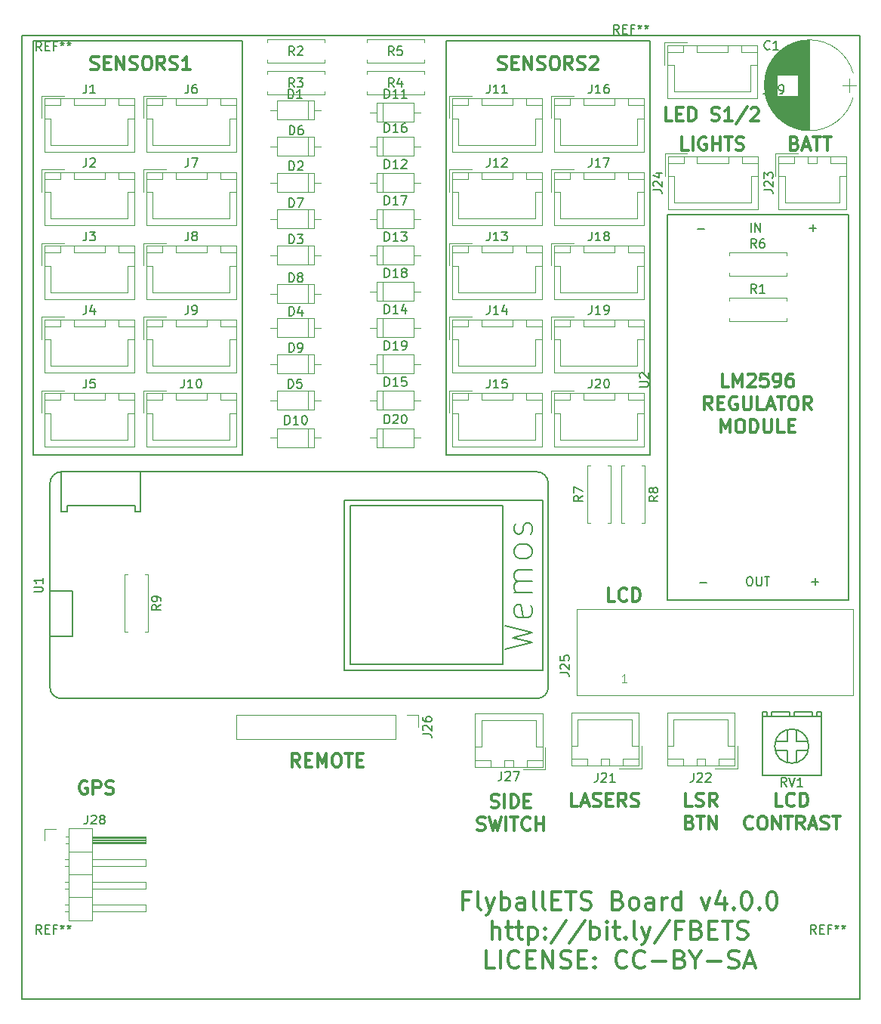
<source format=gbr>
%TF.GenerationSoftware,KiCad,Pcbnew,4.0.7*%
%TF.CreationDate,2018-06-21T01:00:39+02:00*%
%TF.ProjectId,FlyballETS-HW,466C7962616C6C4554532D48572E6B69,rev?*%
%TF.FileFunction,Legend,Top*%
%FSLAX46Y46*%
G04 Gerber Fmt 4.6, Leading zero omitted, Abs format (unit mm)*
G04 Created by KiCad (PCBNEW 4.0.7) date 06/21/18 01:00:39*
%MOMM*%
%LPD*%
G01*
G04 APERTURE LIST*
%ADD10C,0.150000*%
%ADD11C,0.300000*%
%ADD12C,0.200000*%
%ADD13C,0.120000*%
%ADD14C,0.203200*%
G04 APERTURE END LIST*
D10*
D11*
X73350572Y-117868000D02*
X73207715Y-117796571D01*
X72993429Y-117796571D01*
X72779144Y-117868000D01*
X72636286Y-118010857D01*
X72564858Y-118153714D01*
X72493429Y-118439429D01*
X72493429Y-118653714D01*
X72564858Y-118939429D01*
X72636286Y-119082286D01*
X72779144Y-119225143D01*
X72993429Y-119296571D01*
X73136286Y-119296571D01*
X73350572Y-119225143D01*
X73422001Y-119153714D01*
X73422001Y-118653714D01*
X73136286Y-118653714D01*
X74064858Y-119296571D02*
X74064858Y-117796571D01*
X74636286Y-117796571D01*
X74779144Y-117868000D01*
X74850572Y-117939429D01*
X74922001Y-118082286D01*
X74922001Y-118296571D01*
X74850572Y-118439429D01*
X74779144Y-118510857D01*
X74636286Y-118582286D01*
X74064858Y-118582286D01*
X75493429Y-119225143D02*
X75707715Y-119296571D01*
X76064858Y-119296571D01*
X76207715Y-119225143D01*
X76279144Y-119153714D01*
X76350572Y-119010857D01*
X76350572Y-118868000D01*
X76279144Y-118725143D01*
X76207715Y-118653714D01*
X76064858Y-118582286D01*
X75779144Y-118510857D01*
X75636286Y-118439429D01*
X75564858Y-118368000D01*
X75493429Y-118225143D01*
X75493429Y-118082286D01*
X75564858Y-117939429D01*
X75636286Y-117868000D01*
X75779144Y-117796571D01*
X76136286Y-117796571D01*
X76350572Y-117868000D01*
X138993429Y-43858571D02*
X138279143Y-43858571D01*
X138279143Y-42358571D01*
X139493429Y-43072857D02*
X139993429Y-43072857D01*
X140207715Y-43858571D02*
X139493429Y-43858571D01*
X139493429Y-42358571D01*
X140207715Y-42358571D01*
X140850572Y-43858571D02*
X140850572Y-42358571D01*
X141207715Y-42358571D01*
X141422000Y-42430000D01*
X141564858Y-42572857D01*
X141636286Y-42715714D01*
X141707715Y-43001429D01*
X141707715Y-43215714D01*
X141636286Y-43501429D01*
X141564858Y-43644286D01*
X141422000Y-43787143D01*
X141207715Y-43858571D01*
X140850572Y-43858571D01*
X143422000Y-43787143D02*
X143636286Y-43858571D01*
X143993429Y-43858571D01*
X144136286Y-43787143D01*
X144207715Y-43715714D01*
X144279143Y-43572857D01*
X144279143Y-43430000D01*
X144207715Y-43287143D01*
X144136286Y-43215714D01*
X143993429Y-43144286D01*
X143707715Y-43072857D01*
X143564857Y-43001429D01*
X143493429Y-42930000D01*
X143422000Y-42787143D01*
X143422000Y-42644286D01*
X143493429Y-42501429D01*
X143564857Y-42430000D01*
X143707715Y-42358571D01*
X144064857Y-42358571D01*
X144279143Y-42430000D01*
X145707714Y-43858571D02*
X144850571Y-43858571D01*
X145279143Y-43858571D02*
X145279143Y-42358571D01*
X145136286Y-42572857D01*
X144993428Y-42715714D01*
X144850571Y-42787143D01*
X147421999Y-42287143D02*
X146136285Y-44215714D01*
X147850571Y-42501429D02*
X147922000Y-42430000D01*
X148064857Y-42358571D01*
X148422000Y-42358571D01*
X148564857Y-42430000D01*
X148636286Y-42501429D01*
X148707714Y-42644286D01*
X148707714Y-42787143D01*
X148636286Y-43001429D01*
X147779143Y-43858571D01*
X148707714Y-43858571D01*
X116191236Y-131177143D02*
X115524569Y-131177143D01*
X115524569Y-132224762D02*
X115524569Y-130224762D01*
X116476950Y-130224762D01*
X117524570Y-132224762D02*
X117334094Y-132129524D01*
X117238855Y-131939048D01*
X117238855Y-130224762D01*
X118095998Y-130891429D02*
X118572189Y-132224762D01*
X119048379Y-130891429D02*
X118572189Y-132224762D01*
X118381713Y-132700952D01*
X118286474Y-132796190D01*
X118095998Y-132891429D01*
X119810284Y-132224762D02*
X119810284Y-130224762D01*
X119810284Y-130986667D02*
X120000761Y-130891429D01*
X120381713Y-130891429D01*
X120572189Y-130986667D01*
X120667427Y-131081905D01*
X120762665Y-131272381D01*
X120762665Y-131843810D01*
X120667427Y-132034286D01*
X120572189Y-132129524D01*
X120381713Y-132224762D01*
X120000761Y-132224762D01*
X119810284Y-132129524D01*
X122476951Y-132224762D02*
X122476951Y-131177143D01*
X122381713Y-130986667D01*
X122191237Y-130891429D01*
X121810285Y-130891429D01*
X121619808Y-130986667D01*
X122476951Y-132129524D02*
X122286475Y-132224762D01*
X121810285Y-132224762D01*
X121619808Y-132129524D01*
X121524570Y-131939048D01*
X121524570Y-131748571D01*
X121619808Y-131558095D01*
X121810285Y-131462857D01*
X122286475Y-131462857D01*
X122476951Y-131367619D01*
X123715047Y-132224762D02*
X123524571Y-132129524D01*
X123429332Y-131939048D01*
X123429332Y-130224762D01*
X124762666Y-132224762D02*
X124572190Y-132129524D01*
X124476951Y-131939048D01*
X124476951Y-130224762D01*
X125524570Y-131177143D02*
X126191237Y-131177143D01*
X126476951Y-132224762D02*
X125524570Y-132224762D01*
X125524570Y-130224762D01*
X126476951Y-130224762D01*
X127048380Y-130224762D02*
X128191237Y-130224762D01*
X127619809Y-132224762D02*
X127619809Y-130224762D01*
X128762666Y-132129524D02*
X129048381Y-132224762D01*
X129524571Y-132224762D01*
X129715047Y-132129524D01*
X129810285Y-132034286D01*
X129905524Y-131843810D01*
X129905524Y-131653333D01*
X129810285Y-131462857D01*
X129715047Y-131367619D01*
X129524571Y-131272381D01*
X129143619Y-131177143D01*
X128953143Y-131081905D01*
X128857904Y-130986667D01*
X128762666Y-130796190D01*
X128762666Y-130605714D01*
X128857904Y-130415238D01*
X128953143Y-130320000D01*
X129143619Y-130224762D01*
X129619809Y-130224762D01*
X129905524Y-130320000D01*
X132953143Y-131177143D02*
X133238857Y-131272381D01*
X133334096Y-131367619D01*
X133429334Y-131558095D01*
X133429334Y-131843810D01*
X133334096Y-132034286D01*
X133238857Y-132129524D01*
X133048381Y-132224762D01*
X132286476Y-132224762D01*
X132286476Y-130224762D01*
X132953143Y-130224762D01*
X133143619Y-130320000D01*
X133238857Y-130415238D01*
X133334096Y-130605714D01*
X133334096Y-130796190D01*
X133238857Y-130986667D01*
X133143619Y-131081905D01*
X132953143Y-131177143D01*
X132286476Y-131177143D01*
X134572191Y-132224762D02*
X134381715Y-132129524D01*
X134286476Y-132034286D01*
X134191238Y-131843810D01*
X134191238Y-131272381D01*
X134286476Y-131081905D01*
X134381715Y-130986667D01*
X134572191Y-130891429D01*
X134857905Y-130891429D01*
X135048381Y-130986667D01*
X135143619Y-131081905D01*
X135238857Y-131272381D01*
X135238857Y-131843810D01*
X135143619Y-132034286D01*
X135048381Y-132129524D01*
X134857905Y-132224762D01*
X134572191Y-132224762D01*
X136953143Y-132224762D02*
X136953143Y-131177143D01*
X136857905Y-130986667D01*
X136667429Y-130891429D01*
X136286477Y-130891429D01*
X136096000Y-130986667D01*
X136953143Y-132129524D02*
X136762667Y-132224762D01*
X136286477Y-132224762D01*
X136096000Y-132129524D01*
X136000762Y-131939048D01*
X136000762Y-131748571D01*
X136096000Y-131558095D01*
X136286477Y-131462857D01*
X136762667Y-131462857D01*
X136953143Y-131367619D01*
X137905524Y-132224762D02*
X137905524Y-130891429D01*
X137905524Y-131272381D02*
X138000763Y-131081905D01*
X138096001Y-130986667D01*
X138286477Y-130891429D01*
X138476953Y-130891429D01*
X140000762Y-132224762D02*
X140000762Y-130224762D01*
X140000762Y-132129524D02*
X139810286Y-132224762D01*
X139429334Y-132224762D01*
X139238858Y-132129524D01*
X139143619Y-132034286D01*
X139048381Y-131843810D01*
X139048381Y-131272381D01*
X139143619Y-131081905D01*
X139238858Y-130986667D01*
X139429334Y-130891429D01*
X139810286Y-130891429D01*
X140000762Y-130986667D01*
X142286477Y-130891429D02*
X142762668Y-132224762D01*
X143238858Y-130891429D01*
X144857906Y-130891429D02*
X144857906Y-132224762D01*
X144381716Y-130129524D02*
X143905525Y-131558095D01*
X145143621Y-131558095D01*
X145905525Y-132034286D02*
X146000764Y-132129524D01*
X145905525Y-132224762D01*
X145810287Y-132129524D01*
X145905525Y-132034286D01*
X145905525Y-132224762D01*
X147238859Y-130224762D02*
X147429335Y-130224762D01*
X147619811Y-130320000D01*
X147715049Y-130415238D01*
X147810287Y-130605714D01*
X147905526Y-130986667D01*
X147905526Y-131462857D01*
X147810287Y-131843810D01*
X147715049Y-132034286D01*
X147619811Y-132129524D01*
X147429335Y-132224762D01*
X147238859Y-132224762D01*
X147048383Y-132129524D01*
X146953145Y-132034286D01*
X146857906Y-131843810D01*
X146762668Y-131462857D01*
X146762668Y-130986667D01*
X146857906Y-130605714D01*
X146953145Y-130415238D01*
X147048383Y-130320000D01*
X147238859Y-130224762D01*
X148762668Y-132034286D02*
X148857907Y-132129524D01*
X148762668Y-132224762D01*
X148667430Y-132129524D01*
X148762668Y-132034286D01*
X148762668Y-132224762D01*
X150096002Y-130224762D02*
X150286478Y-130224762D01*
X150476954Y-130320000D01*
X150572192Y-130415238D01*
X150667430Y-130605714D01*
X150762669Y-130986667D01*
X150762669Y-131462857D01*
X150667430Y-131843810D01*
X150572192Y-132034286D01*
X150476954Y-132129524D01*
X150286478Y-132224762D01*
X150096002Y-132224762D01*
X149905526Y-132129524D01*
X149810288Y-132034286D01*
X149715049Y-131843810D01*
X149619811Y-131462857D01*
X149619811Y-130986667D01*
X149715049Y-130605714D01*
X149810288Y-130415238D01*
X149905526Y-130320000D01*
X150096002Y-130224762D01*
X118810285Y-135524762D02*
X118810285Y-133524762D01*
X119667428Y-135524762D02*
X119667428Y-134477143D01*
X119572190Y-134286667D01*
X119381714Y-134191429D01*
X119096000Y-134191429D01*
X118905524Y-134286667D01*
X118810285Y-134381905D01*
X120334095Y-134191429D02*
X121096000Y-134191429D01*
X120619809Y-133524762D02*
X120619809Y-135239048D01*
X120715048Y-135429524D01*
X120905524Y-135524762D01*
X121096000Y-135524762D01*
X121476952Y-134191429D02*
X122238857Y-134191429D01*
X121762666Y-133524762D02*
X121762666Y-135239048D01*
X121857905Y-135429524D01*
X122048381Y-135524762D01*
X122238857Y-135524762D01*
X122905523Y-134191429D02*
X122905523Y-136191429D01*
X122905523Y-134286667D02*
X123096000Y-134191429D01*
X123476952Y-134191429D01*
X123667428Y-134286667D01*
X123762666Y-134381905D01*
X123857904Y-134572381D01*
X123857904Y-135143810D01*
X123762666Y-135334286D01*
X123667428Y-135429524D01*
X123476952Y-135524762D01*
X123096000Y-135524762D01*
X122905523Y-135429524D01*
X124715047Y-135334286D02*
X124810286Y-135429524D01*
X124715047Y-135524762D01*
X124619809Y-135429524D01*
X124715047Y-135334286D01*
X124715047Y-135524762D01*
X124715047Y-134286667D02*
X124810286Y-134381905D01*
X124715047Y-134477143D01*
X124619809Y-134381905D01*
X124715047Y-134286667D01*
X124715047Y-134477143D01*
X127096000Y-133429524D02*
X125381714Y-136000952D01*
X129191238Y-133429524D02*
X127476952Y-136000952D01*
X129857904Y-135524762D02*
X129857904Y-133524762D01*
X129857904Y-134286667D02*
X130048381Y-134191429D01*
X130429333Y-134191429D01*
X130619809Y-134286667D01*
X130715047Y-134381905D01*
X130810285Y-134572381D01*
X130810285Y-135143810D01*
X130715047Y-135334286D01*
X130619809Y-135429524D01*
X130429333Y-135524762D01*
X130048381Y-135524762D01*
X129857904Y-135429524D01*
X131667428Y-135524762D02*
X131667428Y-134191429D01*
X131667428Y-133524762D02*
X131572190Y-133620000D01*
X131667428Y-133715238D01*
X131762667Y-133620000D01*
X131667428Y-133524762D01*
X131667428Y-133715238D01*
X132334095Y-134191429D02*
X133096000Y-134191429D01*
X132619809Y-133524762D02*
X132619809Y-135239048D01*
X132715048Y-135429524D01*
X132905524Y-135524762D01*
X133096000Y-135524762D01*
X133762666Y-135334286D02*
X133857905Y-135429524D01*
X133762666Y-135524762D01*
X133667428Y-135429524D01*
X133762666Y-135334286D01*
X133762666Y-135524762D01*
X135000762Y-135524762D02*
X134810286Y-135429524D01*
X134715047Y-135239048D01*
X134715047Y-133524762D01*
X135572190Y-134191429D02*
X136048381Y-135524762D01*
X136524571Y-134191429D02*
X136048381Y-135524762D01*
X135857905Y-136000952D01*
X135762666Y-136096190D01*
X135572190Y-136191429D01*
X138715048Y-133429524D02*
X137000762Y-136000952D01*
X140048381Y-134477143D02*
X139381714Y-134477143D01*
X139381714Y-135524762D02*
X139381714Y-133524762D01*
X140334095Y-133524762D01*
X141762667Y-134477143D02*
X142048381Y-134572381D01*
X142143620Y-134667619D01*
X142238858Y-134858095D01*
X142238858Y-135143810D01*
X142143620Y-135334286D01*
X142048381Y-135429524D01*
X141857905Y-135524762D01*
X141096000Y-135524762D01*
X141096000Y-133524762D01*
X141762667Y-133524762D01*
X141953143Y-133620000D01*
X142048381Y-133715238D01*
X142143620Y-133905714D01*
X142143620Y-134096190D01*
X142048381Y-134286667D01*
X141953143Y-134381905D01*
X141762667Y-134477143D01*
X141096000Y-134477143D01*
X143096000Y-134477143D02*
X143762667Y-134477143D01*
X144048381Y-135524762D02*
X143096000Y-135524762D01*
X143096000Y-133524762D01*
X144048381Y-133524762D01*
X144619810Y-133524762D02*
X145762667Y-133524762D01*
X145191239Y-135524762D02*
X145191239Y-133524762D01*
X146334096Y-135429524D02*
X146619811Y-135524762D01*
X147096001Y-135524762D01*
X147286477Y-135429524D01*
X147381715Y-135334286D01*
X147476954Y-135143810D01*
X147476954Y-134953333D01*
X147381715Y-134762857D01*
X147286477Y-134667619D01*
X147096001Y-134572381D01*
X146715049Y-134477143D01*
X146524573Y-134381905D01*
X146429334Y-134286667D01*
X146334096Y-134096190D01*
X146334096Y-133905714D01*
X146429334Y-133715238D01*
X146524573Y-133620000D01*
X146715049Y-133524762D01*
X147191239Y-133524762D01*
X147476954Y-133620000D01*
X119048380Y-138824762D02*
X118095999Y-138824762D01*
X118095999Y-136824762D01*
X119715047Y-138824762D02*
X119715047Y-136824762D01*
X121810286Y-138634286D02*
X121715048Y-138729524D01*
X121429333Y-138824762D01*
X121238857Y-138824762D01*
X120953143Y-138729524D01*
X120762667Y-138539048D01*
X120667428Y-138348571D01*
X120572190Y-137967619D01*
X120572190Y-137681905D01*
X120667428Y-137300952D01*
X120762667Y-137110476D01*
X120953143Y-136920000D01*
X121238857Y-136824762D01*
X121429333Y-136824762D01*
X121715048Y-136920000D01*
X121810286Y-137015238D01*
X122667428Y-137777143D02*
X123334095Y-137777143D01*
X123619809Y-138824762D02*
X122667428Y-138824762D01*
X122667428Y-136824762D01*
X123619809Y-136824762D01*
X124476952Y-138824762D02*
X124476952Y-136824762D01*
X125619810Y-138824762D01*
X125619810Y-136824762D01*
X126476952Y-138729524D02*
X126762667Y-138824762D01*
X127238857Y-138824762D01*
X127429333Y-138729524D01*
X127524571Y-138634286D01*
X127619810Y-138443810D01*
X127619810Y-138253333D01*
X127524571Y-138062857D01*
X127429333Y-137967619D01*
X127238857Y-137872381D01*
X126857905Y-137777143D01*
X126667429Y-137681905D01*
X126572190Y-137586667D01*
X126476952Y-137396190D01*
X126476952Y-137205714D01*
X126572190Y-137015238D01*
X126667429Y-136920000D01*
X126857905Y-136824762D01*
X127334095Y-136824762D01*
X127619810Y-136920000D01*
X128476952Y-137777143D02*
X129143619Y-137777143D01*
X129429333Y-138824762D02*
X128476952Y-138824762D01*
X128476952Y-136824762D01*
X129429333Y-136824762D01*
X130286476Y-138634286D02*
X130381715Y-138729524D01*
X130286476Y-138824762D01*
X130191238Y-138729524D01*
X130286476Y-138634286D01*
X130286476Y-138824762D01*
X130286476Y-137586667D02*
X130381715Y-137681905D01*
X130286476Y-137777143D01*
X130191238Y-137681905D01*
X130286476Y-137586667D01*
X130286476Y-137777143D01*
X133905525Y-138634286D02*
X133810287Y-138729524D01*
X133524572Y-138824762D01*
X133334096Y-138824762D01*
X133048382Y-138729524D01*
X132857906Y-138539048D01*
X132762667Y-138348571D01*
X132667429Y-137967619D01*
X132667429Y-137681905D01*
X132762667Y-137300952D01*
X132857906Y-137110476D01*
X133048382Y-136920000D01*
X133334096Y-136824762D01*
X133524572Y-136824762D01*
X133810287Y-136920000D01*
X133905525Y-137015238D01*
X135905525Y-138634286D02*
X135810287Y-138729524D01*
X135524572Y-138824762D01*
X135334096Y-138824762D01*
X135048382Y-138729524D01*
X134857906Y-138539048D01*
X134762667Y-138348571D01*
X134667429Y-137967619D01*
X134667429Y-137681905D01*
X134762667Y-137300952D01*
X134857906Y-137110476D01*
X135048382Y-136920000D01*
X135334096Y-136824762D01*
X135524572Y-136824762D01*
X135810287Y-136920000D01*
X135905525Y-137015238D01*
X136762667Y-138062857D02*
X138286477Y-138062857D01*
X139905524Y-137777143D02*
X140191238Y-137872381D01*
X140286477Y-137967619D01*
X140381715Y-138158095D01*
X140381715Y-138443810D01*
X140286477Y-138634286D01*
X140191238Y-138729524D01*
X140000762Y-138824762D01*
X139238857Y-138824762D01*
X139238857Y-136824762D01*
X139905524Y-136824762D01*
X140096000Y-136920000D01*
X140191238Y-137015238D01*
X140286477Y-137205714D01*
X140286477Y-137396190D01*
X140191238Y-137586667D01*
X140096000Y-137681905D01*
X139905524Y-137777143D01*
X139238857Y-137777143D01*
X141619810Y-137872381D02*
X141619810Y-138824762D01*
X140953143Y-136824762D02*
X141619810Y-137872381D01*
X142286477Y-136824762D01*
X142953143Y-138062857D02*
X144476953Y-138062857D01*
X145334095Y-138729524D02*
X145619810Y-138824762D01*
X146096000Y-138824762D01*
X146286476Y-138729524D01*
X146381714Y-138634286D01*
X146476953Y-138443810D01*
X146476953Y-138253333D01*
X146381714Y-138062857D01*
X146286476Y-137967619D01*
X146096000Y-137872381D01*
X145715048Y-137777143D01*
X145524572Y-137681905D01*
X145429333Y-137586667D01*
X145334095Y-137396190D01*
X145334095Y-137205714D01*
X145429333Y-137015238D01*
X145524572Y-136920000D01*
X145715048Y-136824762D01*
X146191238Y-136824762D01*
X146476953Y-136920000D01*
X147238857Y-138253333D02*
X148191238Y-138253333D01*
X147048381Y-138824762D02*
X147715048Y-136824762D01*
X148381715Y-138824762D01*
X118689714Y-120744143D02*
X118904000Y-120815571D01*
X119261143Y-120815571D01*
X119404000Y-120744143D01*
X119475429Y-120672714D01*
X119546857Y-120529857D01*
X119546857Y-120387000D01*
X119475429Y-120244143D01*
X119404000Y-120172714D01*
X119261143Y-120101286D01*
X118975429Y-120029857D01*
X118832571Y-119958429D01*
X118761143Y-119887000D01*
X118689714Y-119744143D01*
X118689714Y-119601286D01*
X118761143Y-119458429D01*
X118832571Y-119387000D01*
X118975429Y-119315571D01*
X119332571Y-119315571D01*
X119546857Y-119387000D01*
X120189714Y-120815571D02*
X120189714Y-119315571D01*
X120904000Y-120815571D02*
X120904000Y-119315571D01*
X121261143Y-119315571D01*
X121475428Y-119387000D01*
X121618286Y-119529857D01*
X121689714Y-119672714D01*
X121761143Y-119958429D01*
X121761143Y-120172714D01*
X121689714Y-120458429D01*
X121618286Y-120601286D01*
X121475428Y-120744143D01*
X121261143Y-120815571D01*
X120904000Y-120815571D01*
X122404000Y-120029857D02*
X122904000Y-120029857D01*
X123118286Y-120815571D02*
X122404000Y-120815571D01*
X122404000Y-119315571D01*
X123118286Y-119315571D01*
X117154000Y-123294143D02*
X117368286Y-123365571D01*
X117725429Y-123365571D01*
X117868286Y-123294143D01*
X117939715Y-123222714D01*
X118011143Y-123079857D01*
X118011143Y-122937000D01*
X117939715Y-122794143D01*
X117868286Y-122722714D01*
X117725429Y-122651286D01*
X117439715Y-122579857D01*
X117296857Y-122508429D01*
X117225429Y-122437000D01*
X117154000Y-122294143D01*
X117154000Y-122151286D01*
X117225429Y-122008429D01*
X117296857Y-121937000D01*
X117439715Y-121865571D01*
X117796857Y-121865571D01*
X118011143Y-121937000D01*
X118511143Y-121865571D02*
X118868286Y-123365571D01*
X119154000Y-122294143D01*
X119439714Y-123365571D01*
X119796857Y-121865571D01*
X120368286Y-123365571D02*
X120368286Y-121865571D01*
X120868286Y-121865571D02*
X121725429Y-121865571D01*
X121296858Y-123365571D02*
X121296858Y-121865571D01*
X123082572Y-123222714D02*
X123011143Y-123294143D01*
X122796857Y-123365571D01*
X122654000Y-123365571D01*
X122439715Y-123294143D01*
X122296857Y-123151286D01*
X122225429Y-123008429D01*
X122154000Y-122722714D01*
X122154000Y-122508429D01*
X122225429Y-122222714D01*
X122296857Y-122079857D01*
X122439715Y-121937000D01*
X122654000Y-121865571D01*
X122796857Y-121865571D01*
X123011143Y-121937000D01*
X123082572Y-122008429D01*
X123725429Y-123365571D02*
X123725429Y-121865571D01*
X123725429Y-122579857D02*
X124582572Y-122579857D01*
X124582572Y-123365571D02*
X124582572Y-121865571D01*
X97222857Y-116248571D02*
X96722857Y-115534286D01*
X96365714Y-116248571D02*
X96365714Y-114748571D01*
X96937142Y-114748571D01*
X97080000Y-114820000D01*
X97151428Y-114891429D01*
X97222857Y-115034286D01*
X97222857Y-115248571D01*
X97151428Y-115391429D01*
X97080000Y-115462857D01*
X96937142Y-115534286D01*
X96365714Y-115534286D01*
X97865714Y-115462857D02*
X98365714Y-115462857D01*
X98580000Y-116248571D02*
X97865714Y-116248571D01*
X97865714Y-114748571D01*
X98580000Y-114748571D01*
X99222857Y-116248571D02*
X99222857Y-114748571D01*
X99722857Y-115820000D01*
X100222857Y-114748571D01*
X100222857Y-116248571D01*
X101222857Y-114748571D02*
X101508571Y-114748571D01*
X101651429Y-114820000D01*
X101794286Y-114962857D01*
X101865714Y-115248571D01*
X101865714Y-115748571D01*
X101794286Y-116034286D01*
X101651429Y-116177143D01*
X101508571Y-116248571D01*
X101222857Y-116248571D01*
X101080000Y-116177143D01*
X100937143Y-116034286D01*
X100865714Y-115748571D01*
X100865714Y-115248571D01*
X100937143Y-114962857D01*
X101080000Y-114820000D01*
X101222857Y-114748571D01*
X102294286Y-114748571D02*
X103151429Y-114748571D01*
X102722858Y-116248571D02*
X102722858Y-114748571D01*
X103651429Y-115462857D02*
X104151429Y-115462857D01*
X104365715Y-116248571D02*
X103651429Y-116248571D01*
X103651429Y-114748571D01*
X104365715Y-114748571D01*
X151364286Y-120688571D02*
X150650000Y-120688571D01*
X150650000Y-119188571D01*
X152721429Y-120545714D02*
X152650000Y-120617143D01*
X152435714Y-120688571D01*
X152292857Y-120688571D01*
X152078572Y-120617143D01*
X151935714Y-120474286D01*
X151864286Y-120331429D01*
X151792857Y-120045714D01*
X151792857Y-119831429D01*
X151864286Y-119545714D01*
X151935714Y-119402857D01*
X152078572Y-119260000D01*
X152292857Y-119188571D01*
X152435714Y-119188571D01*
X152650000Y-119260000D01*
X152721429Y-119331429D01*
X153364286Y-120688571D02*
X153364286Y-119188571D01*
X153721429Y-119188571D01*
X153935714Y-119260000D01*
X154078572Y-119402857D01*
X154150000Y-119545714D01*
X154221429Y-119831429D01*
X154221429Y-120045714D01*
X154150000Y-120331429D01*
X154078572Y-120474286D01*
X153935714Y-120617143D01*
X153721429Y-120688571D01*
X153364286Y-120688571D01*
X148042858Y-123095714D02*
X147971429Y-123167143D01*
X147757143Y-123238571D01*
X147614286Y-123238571D01*
X147400001Y-123167143D01*
X147257143Y-123024286D01*
X147185715Y-122881429D01*
X147114286Y-122595714D01*
X147114286Y-122381429D01*
X147185715Y-122095714D01*
X147257143Y-121952857D01*
X147400001Y-121810000D01*
X147614286Y-121738571D01*
X147757143Y-121738571D01*
X147971429Y-121810000D01*
X148042858Y-121881429D01*
X148971429Y-121738571D02*
X149257143Y-121738571D01*
X149400001Y-121810000D01*
X149542858Y-121952857D01*
X149614286Y-122238571D01*
X149614286Y-122738571D01*
X149542858Y-123024286D01*
X149400001Y-123167143D01*
X149257143Y-123238571D01*
X148971429Y-123238571D01*
X148828572Y-123167143D01*
X148685715Y-123024286D01*
X148614286Y-122738571D01*
X148614286Y-122238571D01*
X148685715Y-121952857D01*
X148828572Y-121810000D01*
X148971429Y-121738571D01*
X150257144Y-123238571D02*
X150257144Y-121738571D01*
X151114287Y-123238571D01*
X151114287Y-121738571D01*
X151614287Y-121738571D02*
X152471430Y-121738571D01*
X152042859Y-123238571D02*
X152042859Y-121738571D01*
X153828573Y-123238571D02*
X153328573Y-122524286D01*
X152971430Y-123238571D02*
X152971430Y-121738571D01*
X153542858Y-121738571D01*
X153685716Y-121810000D01*
X153757144Y-121881429D01*
X153828573Y-122024286D01*
X153828573Y-122238571D01*
X153757144Y-122381429D01*
X153685716Y-122452857D01*
X153542858Y-122524286D01*
X152971430Y-122524286D01*
X154400001Y-122810000D02*
X155114287Y-122810000D01*
X154257144Y-123238571D02*
X154757144Y-121738571D01*
X155257144Y-123238571D01*
X155685715Y-123167143D02*
X155900001Y-123238571D01*
X156257144Y-123238571D01*
X156400001Y-123167143D01*
X156471430Y-123095714D01*
X156542858Y-122952857D01*
X156542858Y-122810000D01*
X156471430Y-122667143D01*
X156400001Y-122595714D01*
X156257144Y-122524286D01*
X155971430Y-122452857D01*
X155828572Y-122381429D01*
X155757144Y-122310000D01*
X155685715Y-122167143D01*
X155685715Y-122024286D01*
X155757144Y-121881429D01*
X155828572Y-121810000D01*
X155971430Y-121738571D01*
X156328572Y-121738571D01*
X156542858Y-121810000D01*
X156971429Y-121738571D02*
X157828572Y-121738571D01*
X157400001Y-123238571D02*
X157400001Y-121738571D01*
X141240001Y-120688571D02*
X140525715Y-120688571D01*
X140525715Y-119188571D01*
X141668572Y-120617143D02*
X141882858Y-120688571D01*
X142240001Y-120688571D01*
X142382858Y-120617143D01*
X142454287Y-120545714D01*
X142525715Y-120402857D01*
X142525715Y-120260000D01*
X142454287Y-120117143D01*
X142382858Y-120045714D01*
X142240001Y-119974286D01*
X141954287Y-119902857D01*
X141811429Y-119831429D01*
X141740001Y-119760000D01*
X141668572Y-119617143D01*
X141668572Y-119474286D01*
X141740001Y-119331429D01*
X141811429Y-119260000D01*
X141954287Y-119188571D01*
X142311429Y-119188571D01*
X142525715Y-119260000D01*
X144025715Y-120688571D02*
X143525715Y-119974286D01*
X143168572Y-120688571D02*
X143168572Y-119188571D01*
X143740000Y-119188571D01*
X143882858Y-119260000D01*
X143954286Y-119331429D01*
X144025715Y-119474286D01*
X144025715Y-119688571D01*
X143954286Y-119831429D01*
X143882858Y-119902857D01*
X143740000Y-119974286D01*
X143168572Y-119974286D01*
X140990000Y-122452857D02*
X141204286Y-122524286D01*
X141275714Y-122595714D01*
X141347143Y-122738571D01*
X141347143Y-122952857D01*
X141275714Y-123095714D01*
X141204286Y-123167143D01*
X141061428Y-123238571D01*
X140490000Y-123238571D01*
X140490000Y-121738571D01*
X140990000Y-121738571D01*
X141132857Y-121810000D01*
X141204286Y-121881429D01*
X141275714Y-122024286D01*
X141275714Y-122167143D01*
X141204286Y-122310000D01*
X141132857Y-122381429D01*
X140990000Y-122452857D01*
X140490000Y-122452857D01*
X141775714Y-121738571D02*
X142632857Y-121738571D01*
X142204286Y-123238571D02*
X142204286Y-121738571D01*
X143132857Y-123238571D02*
X143132857Y-121738571D01*
X143990000Y-123238571D01*
X143990000Y-121738571D01*
X128409287Y-120693571D02*
X127695001Y-120693571D01*
X127695001Y-119193571D01*
X128837858Y-120265000D02*
X129552144Y-120265000D01*
X128695001Y-120693571D02*
X129195001Y-119193571D01*
X129695001Y-120693571D01*
X130123572Y-120622143D02*
X130337858Y-120693571D01*
X130695001Y-120693571D01*
X130837858Y-120622143D01*
X130909287Y-120550714D01*
X130980715Y-120407857D01*
X130980715Y-120265000D01*
X130909287Y-120122143D01*
X130837858Y-120050714D01*
X130695001Y-119979286D01*
X130409287Y-119907857D01*
X130266429Y-119836429D01*
X130195001Y-119765000D01*
X130123572Y-119622143D01*
X130123572Y-119479286D01*
X130195001Y-119336429D01*
X130266429Y-119265000D01*
X130409287Y-119193571D01*
X130766429Y-119193571D01*
X130980715Y-119265000D01*
X131623572Y-119907857D02*
X132123572Y-119907857D01*
X132337858Y-120693571D02*
X131623572Y-120693571D01*
X131623572Y-119193571D01*
X132337858Y-119193571D01*
X133837858Y-120693571D02*
X133337858Y-119979286D01*
X132980715Y-120693571D02*
X132980715Y-119193571D01*
X133552143Y-119193571D01*
X133695001Y-119265000D01*
X133766429Y-119336429D01*
X133837858Y-119479286D01*
X133837858Y-119693571D01*
X133766429Y-119836429D01*
X133695001Y-119907857D01*
X133552143Y-119979286D01*
X132980715Y-119979286D01*
X134409286Y-120622143D02*
X134623572Y-120693571D01*
X134980715Y-120693571D01*
X135123572Y-120622143D01*
X135195001Y-120550714D01*
X135266429Y-120407857D01*
X135266429Y-120265000D01*
X135195001Y-120122143D01*
X135123572Y-120050714D01*
X134980715Y-119979286D01*
X134695001Y-119907857D01*
X134552143Y-119836429D01*
X134480715Y-119765000D01*
X134409286Y-119622143D01*
X134409286Y-119479286D01*
X134480715Y-119336429D01*
X134552143Y-119265000D01*
X134695001Y-119193571D01*
X135052143Y-119193571D01*
X135266429Y-119265000D01*
X132568286Y-97706571D02*
X131854000Y-97706571D01*
X131854000Y-96206571D01*
X133925429Y-97563714D02*
X133854000Y-97635143D01*
X133639714Y-97706571D01*
X133496857Y-97706571D01*
X133282572Y-97635143D01*
X133139714Y-97492286D01*
X133068286Y-97349429D01*
X132996857Y-97063714D01*
X132996857Y-96849429D01*
X133068286Y-96563714D01*
X133139714Y-96420857D01*
X133282572Y-96278000D01*
X133496857Y-96206571D01*
X133639714Y-96206571D01*
X133854000Y-96278000D01*
X133925429Y-96349429D01*
X134568286Y-97706571D02*
X134568286Y-96206571D01*
X134925429Y-96206571D01*
X135139714Y-96278000D01*
X135282572Y-96420857D01*
X135354000Y-96563714D01*
X135425429Y-96849429D01*
X135425429Y-97063714D01*
X135354000Y-97349429D01*
X135282572Y-97492286D01*
X135139714Y-97635143D01*
X134925429Y-97706571D01*
X134568286Y-97706571D01*
X145340001Y-73693571D02*
X144625715Y-73693571D01*
X144625715Y-72193571D01*
X145840001Y-73693571D02*
X145840001Y-72193571D01*
X146340001Y-73265000D01*
X146840001Y-72193571D01*
X146840001Y-73693571D01*
X147482858Y-72336429D02*
X147554287Y-72265000D01*
X147697144Y-72193571D01*
X148054287Y-72193571D01*
X148197144Y-72265000D01*
X148268573Y-72336429D01*
X148340001Y-72479286D01*
X148340001Y-72622143D01*
X148268573Y-72836429D01*
X147411430Y-73693571D01*
X148340001Y-73693571D01*
X149697144Y-72193571D02*
X148982858Y-72193571D01*
X148911429Y-72907857D01*
X148982858Y-72836429D01*
X149125715Y-72765000D01*
X149482858Y-72765000D01*
X149625715Y-72836429D01*
X149697144Y-72907857D01*
X149768572Y-73050714D01*
X149768572Y-73407857D01*
X149697144Y-73550714D01*
X149625715Y-73622143D01*
X149482858Y-73693571D01*
X149125715Y-73693571D01*
X148982858Y-73622143D01*
X148911429Y-73550714D01*
X150482857Y-73693571D02*
X150768572Y-73693571D01*
X150911429Y-73622143D01*
X150982857Y-73550714D01*
X151125715Y-73336429D01*
X151197143Y-73050714D01*
X151197143Y-72479286D01*
X151125715Y-72336429D01*
X151054286Y-72265000D01*
X150911429Y-72193571D01*
X150625715Y-72193571D01*
X150482857Y-72265000D01*
X150411429Y-72336429D01*
X150340000Y-72479286D01*
X150340000Y-72836429D01*
X150411429Y-72979286D01*
X150482857Y-73050714D01*
X150625715Y-73122143D01*
X150911429Y-73122143D01*
X151054286Y-73050714D01*
X151125715Y-72979286D01*
X151197143Y-72836429D01*
X152482857Y-72193571D02*
X152197143Y-72193571D01*
X152054286Y-72265000D01*
X151982857Y-72336429D01*
X151840000Y-72550714D01*
X151768571Y-72836429D01*
X151768571Y-73407857D01*
X151840000Y-73550714D01*
X151911428Y-73622143D01*
X152054286Y-73693571D01*
X152340000Y-73693571D01*
X152482857Y-73622143D01*
X152554286Y-73550714D01*
X152625714Y-73407857D01*
X152625714Y-73050714D01*
X152554286Y-72907857D01*
X152482857Y-72836429D01*
X152340000Y-72765000D01*
X152054286Y-72765000D01*
X151911428Y-72836429D01*
X151840000Y-72907857D01*
X151768571Y-73050714D01*
X143482857Y-76243571D02*
X142982857Y-75529286D01*
X142625714Y-76243571D02*
X142625714Y-74743571D01*
X143197142Y-74743571D01*
X143340000Y-74815000D01*
X143411428Y-74886429D01*
X143482857Y-75029286D01*
X143482857Y-75243571D01*
X143411428Y-75386429D01*
X143340000Y-75457857D01*
X143197142Y-75529286D01*
X142625714Y-75529286D01*
X144125714Y-75457857D02*
X144625714Y-75457857D01*
X144840000Y-76243571D02*
X144125714Y-76243571D01*
X144125714Y-74743571D01*
X144840000Y-74743571D01*
X146268571Y-74815000D02*
X146125714Y-74743571D01*
X145911428Y-74743571D01*
X145697143Y-74815000D01*
X145554285Y-74957857D01*
X145482857Y-75100714D01*
X145411428Y-75386429D01*
X145411428Y-75600714D01*
X145482857Y-75886429D01*
X145554285Y-76029286D01*
X145697143Y-76172143D01*
X145911428Y-76243571D01*
X146054285Y-76243571D01*
X146268571Y-76172143D01*
X146340000Y-76100714D01*
X146340000Y-75600714D01*
X146054285Y-75600714D01*
X146982857Y-74743571D02*
X146982857Y-75957857D01*
X147054285Y-76100714D01*
X147125714Y-76172143D01*
X147268571Y-76243571D01*
X147554285Y-76243571D01*
X147697143Y-76172143D01*
X147768571Y-76100714D01*
X147840000Y-75957857D01*
X147840000Y-74743571D01*
X149268572Y-76243571D02*
X148554286Y-76243571D01*
X148554286Y-74743571D01*
X149697143Y-75815000D02*
X150411429Y-75815000D01*
X149554286Y-76243571D02*
X150054286Y-74743571D01*
X150554286Y-76243571D01*
X150840000Y-74743571D02*
X151697143Y-74743571D01*
X151268572Y-76243571D02*
X151268572Y-74743571D01*
X152482857Y-74743571D02*
X152768571Y-74743571D01*
X152911429Y-74815000D01*
X153054286Y-74957857D01*
X153125714Y-75243571D01*
X153125714Y-75743571D01*
X153054286Y-76029286D01*
X152911429Y-76172143D01*
X152768571Y-76243571D01*
X152482857Y-76243571D01*
X152340000Y-76172143D01*
X152197143Y-76029286D01*
X152125714Y-75743571D01*
X152125714Y-75243571D01*
X152197143Y-74957857D01*
X152340000Y-74815000D01*
X152482857Y-74743571D01*
X154625715Y-76243571D02*
X154125715Y-75529286D01*
X153768572Y-76243571D02*
X153768572Y-74743571D01*
X154340000Y-74743571D01*
X154482858Y-74815000D01*
X154554286Y-74886429D01*
X154625715Y-75029286D01*
X154625715Y-75243571D01*
X154554286Y-75386429D01*
X154482858Y-75457857D01*
X154340000Y-75529286D01*
X153768572Y-75529286D01*
X144482857Y-78793571D02*
X144482857Y-77293571D01*
X144982857Y-78365000D01*
X145482857Y-77293571D01*
X145482857Y-78793571D01*
X146482857Y-77293571D02*
X146768571Y-77293571D01*
X146911429Y-77365000D01*
X147054286Y-77507857D01*
X147125714Y-77793571D01*
X147125714Y-78293571D01*
X147054286Y-78579286D01*
X146911429Y-78722143D01*
X146768571Y-78793571D01*
X146482857Y-78793571D01*
X146340000Y-78722143D01*
X146197143Y-78579286D01*
X146125714Y-78293571D01*
X146125714Y-77793571D01*
X146197143Y-77507857D01*
X146340000Y-77365000D01*
X146482857Y-77293571D01*
X147768572Y-78793571D02*
X147768572Y-77293571D01*
X148125715Y-77293571D01*
X148340000Y-77365000D01*
X148482858Y-77507857D01*
X148554286Y-77650714D01*
X148625715Y-77936429D01*
X148625715Y-78150714D01*
X148554286Y-78436429D01*
X148482858Y-78579286D01*
X148340000Y-78722143D01*
X148125715Y-78793571D01*
X147768572Y-78793571D01*
X149268572Y-77293571D02*
X149268572Y-78507857D01*
X149340000Y-78650714D01*
X149411429Y-78722143D01*
X149554286Y-78793571D01*
X149840000Y-78793571D01*
X149982858Y-78722143D01*
X150054286Y-78650714D01*
X150125715Y-78507857D01*
X150125715Y-77293571D01*
X151554287Y-78793571D02*
X150840001Y-78793571D01*
X150840001Y-77293571D01*
X152054287Y-78007857D02*
X152554287Y-78007857D01*
X152768573Y-78793571D02*
X152054287Y-78793571D01*
X152054287Y-77293571D01*
X152768573Y-77293571D01*
X119523572Y-38072143D02*
X119737858Y-38143571D01*
X120095001Y-38143571D01*
X120237858Y-38072143D01*
X120309287Y-38000714D01*
X120380715Y-37857857D01*
X120380715Y-37715000D01*
X120309287Y-37572143D01*
X120237858Y-37500714D01*
X120095001Y-37429286D01*
X119809287Y-37357857D01*
X119666429Y-37286429D01*
X119595001Y-37215000D01*
X119523572Y-37072143D01*
X119523572Y-36929286D01*
X119595001Y-36786429D01*
X119666429Y-36715000D01*
X119809287Y-36643571D01*
X120166429Y-36643571D01*
X120380715Y-36715000D01*
X121023572Y-37357857D02*
X121523572Y-37357857D01*
X121737858Y-38143571D02*
X121023572Y-38143571D01*
X121023572Y-36643571D01*
X121737858Y-36643571D01*
X122380715Y-38143571D02*
X122380715Y-36643571D01*
X123237858Y-38143571D01*
X123237858Y-36643571D01*
X123880715Y-38072143D02*
X124095001Y-38143571D01*
X124452144Y-38143571D01*
X124595001Y-38072143D01*
X124666430Y-38000714D01*
X124737858Y-37857857D01*
X124737858Y-37715000D01*
X124666430Y-37572143D01*
X124595001Y-37500714D01*
X124452144Y-37429286D01*
X124166430Y-37357857D01*
X124023572Y-37286429D01*
X123952144Y-37215000D01*
X123880715Y-37072143D01*
X123880715Y-36929286D01*
X123952144Y-36786429D01*
X124023572Y-36715000D01*
X124166430Y-36643571D01*
X124523572Y-36643571D01*
X124737858Y-36715000D01*
X125666429Y-36643571D02*
X125952143Y-36643571D01*
X126095001Y-36715000D01*
X126237858Y-36857857D01*
X126309286Y-37143571D01*
X126309286Y-37643571D01*
X126237858Y-37929286D01*
X126095001Y-38072143D01*
X125952143Y-38143571D01*
X125666429Y-38143571D01*
X125523572Y-38072143D01*
X125380715Y-37929286D01*
X125309286Y-37643571D01*
X125309286Y-37143571D01*
X125380715Y-36857857D01*
X125523572Y-36715000D01*
X125666429Y-36643571D01*
X127809287Y-38143571D02*
X127309287Y-37429286D01*
X126952144Y-38143571D02*
X126952144Y-36643571D01*
X127523572Y-36643571D01*
X127666430Y-36715000D01*
X127737858Y-36786429D01*
X127809287Y-36929286D01*
X127809287Y-37143571D01*
X127737858Y-37286429D01*
X127666430Y-37357857D01*
X127523572Y-37429286D01*
X126952144Y-37429286D01*
X128380715Y-38072143D02*
X128595001Y-38143571D01*
X128952144Y-38143571D01*
X129095001Y-38072143D01*
X129166430Y-38000714D01*
X129237858Y-37857857D01*
X129237858Y-37715000D01*
X129166430Y-37572143D01*
X129095001Y-37500714D01*
X128952144Y-37429286D01*
X128666430Y-37357857D01*
X128523572Y-37286429D01*
X128452144Y-37215000D01*
X128380715Y-37072143D01*
X128380715Y-36929286D01*
X128452144Y-36786429D01*
X128523572Y-36715000D01*
X128666430Y-36643571D01*
X129023572Y-36643571D01*
X129237858Y-36715000D01*
X129809286Y-36786429D02*
X129880715Y-36715000D01*
X130023572Y-36643571D01*
X130380715Y-36643571D01*
X130523572Y-36715000D01*
X130595001Y-36786429D01*
X130666429Y-36929286D01*
X130666429Y-37072143D01*
X130595001Y-37286429D01*
X129737858Y-38143571D01*
X130666429Y-38143571D01*
D12*
X136525000Y-34925000D02*
X113665000Y-34925000D01*
X136525000Y-81280000D02*
X136525000Y-34925000D01*
X113665000Y-81280000D02*
X136525000Y-81280000D01*
X113665000Y-34925000D02*
X113665000Y-81280000D01*
D11*
X73803572Y-38072143D02*
X74017858Y-38143571D01*
X74375001Y-38143571D01*
X74517858Y-38072143D01*
X74589287Y-38000714D01*
X74660715Y-37857857D01*
X74660715Y-37715000D01*
X74589287Y-37572143D01*
X74517858Y-37500714D01*
X74375001Y-37429286D01*
X74089287Y-37357857D01*
X73946429Y-37286429D01*
X73875001Y-37215000D01*
X73803572Y-37072143D01*
X73803572Y-36929286D01*
X73875001Y-36786429D01*
X73946429Y-36715000D01*
X74089287Y-36643571D01*
X74446429Y-36643571D01*
X74660715Y-36715000D01*
X75303572Y-37357857D02*
X75803572Y-37357857D01*
X76017858Y-38143571D02*
X75303572Y-38143571D01*
X75303572Y-36643571D01*
X76017858Y-36643571D01*
X76660715Y-38143571D02*
X76660715Y-36643571D01*
X77517858Y-38143571D01*
X77517858Y-36643571D01*
X78160715Y-38072143D02*
X78375001Y-38143571D01*
X78732144Y-38143571D01*
X78875001Y-38072143D01*
X78946430Y-38000714D01*
X79017858Y-37857857D01*
X79017858Y-37715000D01*
X78946430Y-37572143D01*
X78875001Y-37500714D01*
X78732144Y-37429286D01*
X78446430Y-37357857D01*
X78303572Y-37286429D01*
X78232144Y-37215000D01*
X78160715Y-37072143D01*
X78160715Y-36929286D01*
X78232144Y-36786429D01*
X78303572Y-36715000D01*
X78446430Y-36643571D01*
X78803572Y-36643571D01*
X79017858Y-36715000D01*
X79946429Y-36643571D02*
X80232143Y-36643571D01*
X80375001Y-36715000D01*
X80517858Y-36857857D01*
X80589286Y-37143571D01*
X80589286Y-37643571D01*
X80517858Y-37929286D01*
X80375001Y-38072143D01*
X80232143Y-38143571D01*
X79946429Y-38143571D01*
X79803572Y-38072143D01*
X79660715Y-37929286D01*
X79589286Y-37643571D01*
X79589286Y-37143571D01*
X79660715Y-36857857D01*
X79803572Y-36715000D01*
X79946429Y-36643571D01*
X82089287Y-38143571D02*
X81589287Y-37429286D01*
X81232144Y-38143571D02*
X81232144Y-36643571D01*
X81803572Y-36643571D01*
X81946430Y-36715000D01*
X82017858Y-36786429D01*
X82089287Y-36929286D01*
X82089287Y-37143571D01*
X82017858Y-37286429D01*
X81946430Y-37357857D01*
X81803572Y-37429286D01*
X81232144Y-37429286D01*
X82660715Y-38072143D02*
X82875001Y-38143571D01*
X83232144Y-38143571D01*
X83375001Y-38072143D01*
X83446430Y-38000714D01*
X83517858Y-37857857D01*
X83517858Y-37715000D01*
X83446430Y-37572143D01*
X83375001Y-37500714D01*
X83232144Y-37429286D01*
X82946430Y-37357857D01*
X82803572Y-37286429D01*
X82732144Y-37215000D01*
X82660715Y-37072143D01*
X82660715Y-36929286D01*
X82732144Y-36786429D01*
X82803572Y-36715000D01*
X82946430Y-36643571D01*
X83303572Y-36643571D01*
X83517858Y-36715000D01*
X84946429Y-38143571D02*
X84089286Y-38143571D01*
X84517858Y-38143571D02*
X84517858Y-36643571D01*
X84375001Y-36857857D01*
X84232143Y-37000714D01*
X84089286Y-37072143D01*
D12*
X90805000Y-38735000D02*
X90805000Y-34925000D01*
X67310000Y-34925000D02*
X90805000Y-34925000D01*
X67310000Y-81280000D02*
X67310000Y-34925000D01*
X90805000Y-81280000D02*
X67310000Y-81280000D01*
X90805000Y-38735000D02*
X90805000Y-81280000D01*
D11*
X152753429Y-46374857D02*
X152967715Y-46446286D01*
X153039143Y-46517714D01*
X153110572Y-46660571D01*
X153110572Y-46874857D01*
X153039143Y-47017714D01*
X152967715Y-47089143D01*
X152824857Y-47160571D01*
X152253429Y-47160571D01*
X152253429Y-45660571D01*
X152753429Y-45660571D01*
X152896286Y-45732000D01*
X152967715Y-45803429D01*
X153039143Y-45946286D01*
X153039143Y-46089143D01*
X152967715Y-46232000D01*
X152896286Y-46303429D01*
X152753429Y-46374857D01*
X152253429Y-46374857D01*
X153682000Y-46732000D02*
X154396286Y-46732000D01*
X153539143Y-47160571D02*
X154039143Y-45660571D01*
X154539143Y-47160571D01*
X154824857Y-45660571D02*
X155682000Y-45660571D01*
X155253429Y-47160571D02*
X155253429Y-45660571D01*
X155967714Y-45660571D02*
X156824857Y-45660571D01*
X156396286Y-47160571D02*
X156396286Y-45660571D01*
X140795715Y-47160571D02*
X140081429Y-47160571D01*
X140081429Y-45660571D01*
X141295715Y-47160571D02*
X141295715Y-45660571D01*
X142795715Y-45732000D02*
X142652858Y-45660571D01*
X142438572Y-45660571D01*
X142224287Y-45732000D01*
X142081429Y-45874857D01*
X142010001Y-46017714D01*
X141938572Y-46303429D01*
X141938572Y-46517714D01*
X142010001Y-46803429D01*
X142081429Y-46946286D01*
X142224287Y-47089143D01*
X142438572Y-47160571D01*
X142581429Y-47160571D01*
X142795715Y-47089143D01*
X142867144Y-47017714D01*
X142867144Y-46517714D01*
X142581429Y-46517714D01*
X143510001Y-47160571D02*
X143510001Y-45660571D01*
X143510001Y-46374857D02*
X144367144Y-46374857D01*
X144367144Y-47160571D02*
X144367144Y-45660571D01*
X144867144Y-45660571D02*
X145724287Y-45660571D01*
X145295716Y-47160571D02*
X145295716Y-45660571D01*
X146152858Y-47089143D02*
X146367144Y-47160571D01*
X146724287Y-47160571D01*
X146867144Y-47089143D01*
X146938573Y-47017714D01*
X147010001Y-46874857D01*
X147010001Y-46732000D01*
X146938573Y-46589143D01*
X146867144Y-46517714D01*
X146724287Y-46446286D01*
X146438573Y-46374857D01*
X146295715Y-46303429D01*
X146224287Y-46232000D01*
X146152858Y-46089143D01*
X146152858Y-45946286D01*
X146224287Y-45803429D01*
X146295715Y-45732000D01*
X146438573Y-45660571D01*
X146795715Y-45660571D01*
X147010001Y-45732000D01*
D10*
X66040000Y-142240000D02*
X66040000Y-133350000D01*
X160020000Y-142240000D02*
X66040000Y-142240000D01*
X160020000Y-133350000D02*
X160020000Y-142240000D01*
X66040000Y-133350000D02*
X66040000Y-34290000D01*
X160020000Y-34290000D02*
X160020000Y-133350000D01*
X66040000Y-34290000D02*
X160020000Y-34290000D01*
X69215000Y-96520000D02*
X71755000Y-96520000D01*
X71755000Y-96520000D02*
X71755000Y-101600000D01*
X71755000Y-101600000D02*
X69215000Y-101600000D01*
X79375000Y-83185000D02*
X79375000Y-87630000D01*
X79375000Y-87630000D02*
X78740000Y-87630000D01*
X78740000Y-87630000D02*
X78740000Y-86995000D01*
X78740000Y-86995000D02*
X71120000Y-86995000D01*
X71120000Y-86995000D02*
X71120000Y-87630000D01*
X71120000Y-87630000D02*
X70485000Y-87630000D01*
X70485000Y-87630000D02*
X70485000Y-83185000D01*
X120015000Y-86995000D02*
X102870000Y-86995000D01*
X102870000Y-86995000D02*
X102870000Y-104775000D01*
X102870000Y-104775000D02*
X120015000Y-104775000D01*
X120015000Y-104775000D02*
X120015000Y-86995000D01*
X124460000Y-86360000D02*
X102235000Y-86360000D01*
X102235000Y-86360000D02*
X102235000Y-105410000D01*
X102235000Y-105410000D02*
X124460000Y-105410000D01*
X124460000Y-105410000D02*
X124460000Y-86360000D01*
X125095000Y-84455000D02*
X125095000Y-107315000D01*
X69215000Y-84455000D02*
X69215000Y-107315000D01*
X69215000Y-107315000D02*
G75*
G03X70485000Y-108585000I1270000J0D01*
G01*
X70485000Y-83185000D02*
G75*
G03X69215000Y-84455000I0J-1270000D01*
G01*
X123825000Y-108585000D02*
G75*
G03X125095000Y-107315000I0J1270000D01*
G01*
X125095000Y-84455000D02*
G75*
G03X123825000Y-83185000I-1270000J0D01*
G01*
X123825000Y-108585000D02*
X70485000Y-108585000D01*
X123825000Y-83185000D02*
X70485000Y-83185000D01*
D13*
X98834000Y-43732000D02*
X98834000Y-41612000D01*
X98834000Y-41612000D02*
X94714000Y-41612000D01*
X94714000Y-41612000D02*
X94714000Y-43732000D01*
X94714000Y-43732000D02*
X98834000Y-43732000D01*
X99604000Y-42672000D02*
X98834000Y-42672000D01*
X93944000Y-42672000D02*
X94714000Y-42672000D01*
X98174000Y-43732000D02*
X98174000Y-41612000D01*
X98834000Y-51860000D02*
X98834000Y-49740000D01*
X98834000Y-49740000D02*
X94714000Y-49740000D01*
X94714000Y-49740000D02*
X94714000Y-51860000D01*
X94714000Y-51860000D02*
X98834000Y-51860000D01*
X99604000Y-50800000D02*
X98834000Y-50800000D01*
X93944000Y-50800000D02*
X94714000Y-50800000D01*
X98174000Y-51860000D02*
X98174000Y-49740000D01*
X98834000Y-59988000D02*
X98834000Y-57868000D01*
X98834000Y-57868000D02*
X94714000Y-57868000D01*
X94714000Y-57868000D02*
X94714000Y-59988000D01*
X94714000Y-59988000D02*
X98834000Y-59988000D01*
X99604000Y-58928000D02*
X98834000Y-58928000D01*
X93944000Y-58928000D02*
X94714000Y-58928000D01*
X98174000Y-59988000D02*
X98174000Y-57868000D01*
X98834000Y-68116000D02*
X98834000Y-65996000D01*
X98834000Y-65996000D02*
X94714000Y-65996000D01*
X94714000Y-65996000D02*
X94714000Y-68116000D01*
X94714000Y-68116000D02*
X98834000Y-68116000D01*
X99604000Y-67056000D02*
X98834000Y-67056000D01*
X93944000Y-67056000D02*
X94714000Y-67056000D01*
X98174000Y-68116000D02*
X98174000Y-65996000D01*
X98834000Y-76244000D02*
X98834000Y-74124000D01*
X98834000Y-74124000D02*
X94714000Y-74124000D01*
X94714000Y-74124000D02*
X94714000Y-76244000D01*
X94714000Y-76244000D02*
X98834000Y-76244000D01*
X99604000Y-75184000D02*
X98834000Y-75184000D01*
X93944000Y-75184000D02*
X94714000Y-75184000D01*
X98174000Y-76244000D02*
X98174000Y-74124000D01*
X98834000Y-47796000D02*
X98834000Y-45676000D01*
X98834000Y-45676000D02*
X94714000Y-45676000D01*
X94714000Y-45676000D02*
X94714000Y-47796000D01*
X94714000Y-47796000D02*
X98834000Y-47796000D01*
X99604000Y-46736000D02*
X98834000Y-46736000D01*
X93944000Y-46736000D02*
X94714000Y-46736000D01*
X98174000Y-47796000D02*
X98174000Y-45676000D01*
X98834000Y-55924000D02*
X98834000Y-53804000D01*
X98834000Y-53804000D02*
X94714000Y-53804000D01*
X94714000Y-53804000D02*
X94714000Y-55924000D01*
X94714000Y-55924000D02*
X98834000Y-55924000D01*
X99604000Y-54864000D02*
X98834000Y-54864000D01*
X93944000Y-54864000D02*
X94714000Y-54864000D01*
X98174000Y-55924000D02*
X98174000Y-53804000D01*
X98834000Y-64306000D02*
X98834000Y-62186000D01*
X98834000Y-62186000D02*
X94714000Y-62186000D01*
X94714000Y-62186000D02*
X94714000Y-64306000D01*
X94714000Y-64306000D02*
X98834000Y-64306000D01*
X99604000Y-63246000D02*
X98834000Y-63246000D01*
X93944000Y-63246000D02*
X94714000Y-63246000D01*
X98174000Y-64306000D02*
X98174000Y-62186000D01*
X98834000Y-72180000D02*
X98834000Y-70060000D01*
X98834000Y-70060000D02*
X94714000Y-70060000D01*
X94714000Y-70060000D02*
X94714000Y-72180000D01*
X94714000Y-72180000D02*
X98834000Y-72180000D01*
X99604000Y-71120000D02*
X98834000Y-71120000D01*
X93944000Y-71120000D02*
X94714000Y-71120000D01*
X98174000Y-72180000D02*
X98174000Y-70060000D01*
X98834000Y-80435000D02*
X98834000Y-78315000D01*
X98834000Y-78315000D02*
X94714000Y-78315000D01*
X94714000Y-78315000D02*
X94714000Y-80435000D01*
X94714000Y-80435000D02*
X98834000Y-80435000D01*
X99604000Y-79375000D02*
X98834000Y-79375000D01*
X93944000Y-79375000D02*
X94714000Y-79375000D01*
X98174000Y-80435000D02*
X98174000Y-78315000D01*
X105890000Y-41866000D02*
X105890000Y-43986000D01*
X105890000Y-43986000D02*
X110010000Y-43986000D01*
X110010000Y-43986000D02*
X110010000Y-41866000D01*
X110010000Y-41866000D02*
X105890000Y-41866000D01*
X105120000Y-42926000D02*
X105890000Y-42926000D01*
X110780000Y-42926000D02*
X110010000Y-42926000D01*
X106550000Y-41866000D02*
X106550000Y-43986000D01*
X105890000Y-49740000D02*
X105890000Y-51860000D01*
X105890000Y-51860000D02*
X110010000Y-51860000D01*
X110010000Y-51860000D02*
X110010000Y-49740000D01*
X110010000Y-49740000D02*
X105890000Y-49740000D01*
X105120000Y-50800000D02*
X105890000Y-50800000D01*
X110780000Y-50800000D02*
X110010000Y-50800000D01*
X106550000Y-49740000D02*
X106550000Y-51860000D01*
X105890000Y-57868000D02*
X105890000Y-59988000D01*
X105890000Y-59988000D02*
X110010000Y-59988000D01*
X110010000Y-59988000D02*
X110010000Y-57868000D01*
X110010000Y-57868000D02*
X105890000Y-57868000D01*
X105120000Y-58928000D02*
X105890000Y-58928000D01*
X110780000Y-58928000D02*
X110010000Y-58928000D01*
X106550000Y-57868000D02*
X106550000Y-59988000D01*
X105890000Y-65996000D02*
X105890000Y-68116000D01*
X105890000Y-68116000D02*
X110010000Y-68116000D01*
X110010000Y-68116000D02*
X110010000Y-65996000D01*
X110010000Y-65996000D02*
X105890000Y-65996000D01*
X105120000Y-67056000D02*
X105890000Y-67056000D01*
X110780000Y-67056000D02*
X110010000Y-67056000D01*
X106550000Y-65996000D02*
X106550000Y-68116000D01*
X105890000Y-74124000D02*
X105890000Y-76244000D01*
X105890000Y-76244000D02*
X110010000Y-76244000D01*
X110010000Y-76244000D02*
X110010000Y-74124000D01*
X110010000Y-74124000D02*
X105890000Y-74124000D01*
X105120000Y-75184000D02*
X105890000Y-75184000D01*
X110780000Y-75184000D02*
X110010000Y-75184000D01*
X106550000Y-74124000D02*
X106550000Y-76244000D01*
X105890000Y-45676000D02*
X105890000Y-47796000D01*
X105890000Y-47796000D02*
X110010000Y-47796000D01*
X110010000Y-47796000D02*
X110010000Y-45676000D01*
X110010000Y-45676000D02*
X105890000Y-45676000D01*
X105120000Y-46736000D02*
X105890000Y-46736000D01*
X110780000Y-46736000D02*
X110010000Y-46736000D01*
X106550000Y-45676000D02*
X106550000Y-47796000D01*
X105890000Y-53804000D02*
X105890000Y-55924000D01*
X105890000Y-55924000D02*
X110010000Y-55924000D01*
X110010000Y-55924000D02*
X110010000Y-53804000D01*
X110010000Y-53804000D02*
X105890000Y-53804000D01*
X105120000Y-54864000D02*
X105890000Y-54864000D01*
X110780000Y-54864000D02*
X110010000Y-54864000D01*
X106550000Y-53804000D02*
X106550000Y-55924000D01*
X105890000Y-61932000D02*
X105890000Y-64052000D01*
X105890000Y-64052000D02*
X110010000Y-64052000D01*
X110010000Y-64052000D02*
X110010000Y-61932000D01*
X110010000Y-61932000D02*
X105890000Y-61932000D01*
X105120000Y-62992000D02*
X105890000Y-62992000D01*
X110780000Y-62992000D02*
X110010000Y-62992000D01*
X106550000Y-61932000D02*
X106550000Y-64052000D01*
X105890000Y-70060000D02*
X105890000Y-72180000D01*
X105890000Y-72180000D02*
X110010000Y-72180000D01*
X110010000Y-72180000D02*
X110010000Y-70060000D01*
X110010000Y-70060000D02*
X105890000Y-70060000D01*
X105120000Y-71120000D02*
X105890000Y-71120000D01*
X110780000Y-71120000D02*
X110010000Y-71120000D01*
X106550000Y-70060000D02*
X106550000Y-72180000D01*
X105890000Y-78315000D02*
X105890000Y-80435000D01*
X105890000Y-80435000D02*
X110010000Y-80435000D01*
X110010000Y-80435000D02*
X110010000Y-78315000D01*
X110010000Y-78315000D02*
X105890000Y-78315000D01*
X105120000Y-79375000D02*
X105890000Y-79375000D01*
X110780000Y-79375000D02*
X110010000Y-79375000D01*
X106550000Y-78315000D02*
X106550000Y-80435000D01*
X68570000Y-41365000D02*
X68570000Y-47315000D01*
X68570000Y-47315000D02*
X78670000Y-47315000D01*
X78670000Y-47315000D02*
X78670000Y-41365000D01*
X78670000Y-41365000D02*
X68570000Y-41365000D01*
X71870000Y-41365000D02*
X71870000Y-42115000D01*
X71870000Y-42115000D02*
X75370000Y-42115000D01*
X75370000Y-42115000D02*
X75370000Y-41365000D01*
X75370000Y-41365000D02*
X71870000Y-41365000D01*
X68570000Y-41365000D02*
X68570000Y-42115000D01*
X68570000Y-42115000D02*
X70370000Y-42115000D01*
X70370000Y-42115000D02*
X70370000Y-41365000D01*
X70370000Y-41365000D02*
X68570000Y-41365000D01*
X76870000Y-41365000D02*
X76870000Y-42115000D01*
X76870000Y-42115000D02*
X78670000Y-42115000D01*
X78670000Y-42115000D02*
X78670000Y-41365000D01*
X78670000Y-41365000D02*
X76870000Y-41365000D01*
X68570000Y-43615000D02*
X69320000Y-43615000D01*
X69320000Y-43615000D02*
X69320000Y-46565000D01*
X69320000Y-46565000D02*
X73620000Y-46565000D01*
X78670000Y-43615000D02*
X77920000Y-43615000D01*
X77920000Y-43615000D02*
X77920000Y-46565000D01*
X77920000Y-46565000D02*
X73620000Y-46565000D01*
X70770000Y-41065000D02*
X68270000Y-41065000D01*
X68270000Y-41065000D02*
X68270000Y-43565000D01*
X68570000Y-49620000D02*
X68570000Y-55570000D01*
X68570000Y-55570000D02*
X78670000Y-55570000D01*
X78670000Y-55570000D02*
X78670000Y-49620000D01*
X78670000Y-49620000D02*
X68570000Y-49620000D01*
X71870000Y-49620000D02*
X71870000Y-50370000D01*
X71870000Y-50370000D02*
X75370000Y-50370000D01*
X75370000Y-50370000D02*
X75370000Y-49620000D01*
X75370000Y-49620000D02*
X71870000Y-49620000D01*
X68570000Y-49620000D02*
X68570000Y-50370000D01*
X68570000Y-50370000D02*
X70370000Y-50370000D01*
X70370000Y-50370000D02*
X70370000Y-49620000D01*
X70370000Y-49620000D02*
X68570000Y-49620000D01*
X76870000Y-49620000D02*
X76870000Y-50370000D01*
X76870000Y-50370000D02*
X78670000Y-50370000D01*
X78670000Y-50370000D02*
X78670000Y-49620000D01*
X78670000Y-49620000D02*
X76870000Y-49620000D01*
X68570000Y-51870000D02*
X69320000Y-51870000D01*
X69320000Y-51870000D02*
X69320000Y-54820000D01*
X69320000Y-54820000D02*
X73620000Y-54820000D01*
X78670000Y-51870000D02*
X77920000Y-51870000D01*
X77920000Y-51870000D02*
X77920000Y-54820000D01*
X77920000Y-54820000D02*
X73620000Y-54820000D01*
X70770000Y-49320000D02*
X68270000Y-49320000D01*
X68270000Y-49320000D02*
X68270000Y-51820000D01*
X68570000Y-57875000D02*
X68570000Y-63825000D01*
X68570000Y-63825000D02*
X78670000Y-63825000D01*
X78670000Y-63825000D02*
X78670000Y-57875000D01*
X78670000Y-57875000D02*
X68570000Y-57875000D01*
X71870000Y-57875000D02*
X71870000Y-58625000D01*
X71870000Y-58625000D02*
X75370000Y-58625000D01*
X75370000Y-58625000D02*
X75370000Y-57875000D01*
X75370000Y-57875000D02*
X71870000Y-57875000D01*
X68570000Y-57875000D02*
X68570000Y-58625000D01*
X68570000Y-58625000D02*
X70370000Y-58625000D01*
X70370000Y-58625000D02*
X70370000Y-57875000D01*
X70370000Y-57875000D02*
X68570000Y-57875000D01*
X76870000Y-57875000D02*
X76870000Y-58625000D01*
X76870000Y-58625000D02*
X78670000Y-58625000D01*
X78670000Y-58625000D02*
X78670000Y-57875000D01*
X78670000Y-57875000D02*
X76870000Y-57875000D01*
X68570000Y-60125000D02*
X69320000Y-60125000D01*
X69320000Y-60125000D02*
X69320000Y-63075000D01*
X69320000Y-63075000D02*
X73620000Y-63075000D01*
X78670000Y-60125000D02*
X77920000Y-60125000D01*
X77920000Y-60125000D02*
X77920000Y-63075000D01*
X77920000Y-63075000D02*
X73620000Y-63075000D01*
X70770000Y-57575000D02*
X68270000Y-57575000D01*
X68270000Y-57575000D02*
X68270000Y-60075000D01*
X68570000Y-66130000D02*
X68570000Y-72080000D01*
X68570000Y-72080000D02*
X78670000Y-72080000D01*
X78670000Y-72080000D02*
X78670000Y-66130000D01*
X78670000Y-66130000D02*
X68570000Y-66130000D01*
X71870000Y-66130000D02*
X71870000Y-66880000D01*
X71870000Y-66880000D02*
X75370000Y-66880000D01*
X75370000Y-66880000D02*
X75370000Y-66130000D01*
X75370000Y-66130000D02*
X71870000Y-66130000D01*
X68570000Y-66130000D02*
X68570000Y-66880000D01*
X68570000Y-66880000D02*
X70370000Y-66880000D01*
X70370000Y-66880000D02*
X70370000Y-66130000D01*
X70370000Y-66130000D02*
X68570000Y-66130000D01*
X76870000Y-66130000D02*
X76870000Y-66880000D01*
X76870000Y-66880000D02*
X78670000Y-66880000D01*
X78670000Y-66880000D02*
X78670000Y-66130000D01*
X78670000Y-66130000D02*
X76870000Y-66130000D01*
X68570000Y-68380000D02*
X69320000Y-68380000D01*
X69320000Y-68380000D02*
X69320000Y-71330000D01*
X69320000Y-71330000D02*
X73620000Y-71330000D01*
X78670000Y-68380000D02*
X77920000Y-68380000D01*
X77920000Y-68380000D02*
X77920000Y-71330000D01*
X77920000Y-71330000D02*
X73620000Y-71330000D01*
X70770000Y-65830000D02*
X68270000Y-65830000D01*
X68270000Y-65830000D02*
X68270000Y-68330000D01*
X68570000Y-74385000D02*
X68570000Y-80335000D01*
X68570000Y-80335000D02*
X78670000Y-80335000D01*
X78670000Y-80335000D02*
X78670000Y-74385000D01*
X78670000Y-74385000D02*
X68570000Y-74385000D01*
X71870000Y-74385000D02*
X71870000Y-75135000D01*
X71870000Y-75135000D02*
X75370000Y-75135000D01*
X75370000Y-75135000D02*
X75370000Y-74385000D01*
X75370000Y-74385000D02*
X71870000Y-74385000D01*
X68570000Y-74385000D02*
X68570000Y-75135000D01*
X68570000Y-75135000D02*
X70370000Y-75135000D01*
X70370000Y-75135000D02*
X70370000Y-74385000D01*
X70370000Y-74385000D02*
X68570000Y-74385000D01*
X76870000Y-74385000D02*
X76870000Y-75135000D01*
X76870000Y-75135000D02*
X78670000Y-75135000D01*
X78670000Y-75135000D02*
X78670000Y-74385000D01*
X78670000Y-74385000D02*
X76870000Y-74385000D01*
X68570000Y-76635000D02*
X69320000Y-76635000D01*
X69320000Y-76635000D02*
X69320000Y-79585000D01*
X69320000Y-79585000D02*
X73620000Y-79585000D01*
X78670000Y-76635000D02*
X77920000Y-76635000D01*
X77920000Y-76635000D02*
X77920000Y-79585000D01*
X77920000Y-79585000D02*
X73620000Y-79585000D01*
X70770000Y-74085000D02*
X68270000Y-74085000D01*
X68270000Y-74085000D02*
X68270000Y-76585000D01*
X80000000Y-41365000D02*
X80000000Y-47315000D01*
X80000000Y-47315000D02*
X90100000Y-47315000D01*
X90100000Y-47315000D02*
X90100000Y-41365000D01*
X90100000Y-41365000D02*
X80000000Y-41365000D01*
X83300000Y-41365000D02*
X83300000Y-42115000D01*
X83300000Y-42115000D02*
X86800000Y-42115000D01*
X86800000Y-42115000D02*
X86800000Y-41365000D01*
X86800000Y-41365000D02*
X83300000Y-41365000D01*
X80000000Y-41365000D02*
X80000000Y-42115000D01*
X80000000Y-42115000D02*
X81800000Y-42115000D01*
X81800000Y-42115000D02*
X81800000Y-41365000D01*
X81800000Y-41365000D02*
X80000000Y-41365000D01*
X88300000Y-41365000D02*
X88300000Y-42115000D01*
X88300000Y-42115000D02*
X90100000Y-42115000D01*
X90100000Y-42115000D02*
X90100000Y-41365000D01*
X90100000Y-41365000D02*
X88300000Y-41365000D01*
X80000000Y-43615000D02*
X80750000Y-43615000D01*
X80750000Y-43615000D02*
X80750000Y-46565000D01*
X80750000Y-46565000D02*
X85050000Y-46565000D01*
X90100000Y-43615000D02*
X89350000Y-43615000D01*
X89350000Y-43615000D02*
X89350000Y-46565000D01*
X89350000Y-46565000D02*
X85050000Y-46565000D01*
X82200000Y-41065000D02*
X79700000Y-41065000D01*
X79700000Y-41065000D02*
X79700000Y-43565000D01*
X80000000Y-49620000D02*
X80000000Y-55570000D01*
X80000000Y-55570000D02*
X90100000Y-55570000D01*
X90100000Y-55570000D02*
X90100000Y-49620000D01*
X90100000Y-49620000D02*
X80000000Y-49620000D01*
X83300000Y-49620000D02*
X83300000Y-50370000D01*
X83300000Y-50370000D02*
X86800000Y-50370000D01*
X86800000Y-50370000D02*
X86800000Y-49620000D01*
X86800000Y-49620000D02*
X83300000Y-49620000D01*
X80000000Y-49620000D02*
X80000000Y-50370000D01*
X80000000Y-50370000D02*
X81800000Y-50370000D01*
X81800000Y-50370000D02*
X81800000Y-49620000D01*
X81800000Y-49620000D02*
X80000000Y-49620000D01*
X88300000Y-49620000D02*
X88300000Y-50370000D01*
X88300000Y-50370000D02*
X90100000Y-50370000D01*
X90100000Y-50370000D02*
X90100000Y-49620000D01*
X90100000Y-49620000D02*
X88300000Y-49620000D01*
X80000000Y-51870000D02*
X80750000Y-51870000D01*
X80750000Y-51870000D02*
X80750000Y-54820000D01*
X80750000Y-54820000D02*
X85050000Y-54820000D01*
X90100000Y-51870000D02*
X89350000Y-51870000D01*
X89350000Y-51870000D02*
X89350000Y-54820000D01*
X89350000Y-54820000D02*
X85050000Y-54820000D01*
X82200000Y-49320000D02*
X79700000Y-49320000D01*
X79700000Y-49320000D02*
X79700000Y-51820000D01*
X80000000Y-57875000D02*
X80000000Y-63825000D01*
X80000000Y-63825000D02*
X90100000Y-63825000D01*
X90100000Y-63825000D02*
X90100000Y-57875000D01*
X90100000Y-57875000D02*
X80000000Y-57875000D01*
X83300000Y-57875000D02*
X83300000Y-58625000D01*
X83300000Y-58625000D02*
X86800000Y-58625000D01*
X86800000Y-58625000D02*
X86800000Y-57875000D01*
X86800000Y-57875000D02*
X83300000Y-57875000D01*
X80000000Y-57875000D02*
X80000000Y-58625000D01*
X80000000Y-58625000D02*
X81800000Y-58625000D01*
X81800000Y-58625000D02*
X81800000Y-57875000D01*
X81800000Y-57875000D02*
X80000000Y-57875000D01*
X88300000Y-57875000D02*
X88300000Y-58625000D01*
X88300000Y-58625000D02*
X90100000Y-58625000D01*
X90100000Y-58625000D02*
X90100000Y-57875000D01*
X90100000Y-57875000D02*
X88300000Y-57875000D01*
X80000000Y-60125000D02*
X80750000Y-60125000D01*
X80750000Y-60125000D02*
X80750000Y-63075000D01*
X80750000Y-63075000D02*
X85050000Y-63075000D01*
X90100000Y-60125000D02*
X89350000Y-60125000D01*
X89350000Y-60125000D02*
X89350000Y-63075000D01*
X89350000Y-63075000D02*
X85050000Y-63075000D01*
X82200000Y-57575000D02*
X79700000Y-57575000D01*
X79700000Y-57575000D02*
X79700000Y-60075000D01*
X80000000Y-66130000D02*
X80000000Y-72080000D01*
X80000000Y-72080000D02*
X90100000Y-72080000D01*
X90100000Y-72080000D02*
X90100000Y-66130000D01*
X90100000Y-66130000D02*
X80000000Y-66130000D01*
X83300000Y-66130000D02*
X83300000Y-66880000D01*
X83300000Y-66880000D02*
X86800000Y-66880000D01*
X86800000Y-66880000D02*
X86800000Y-66130000D01*
X86800000Y-66130000D02*
X83300000Y-66130000D01*
X80000000Y-66130000D02*
X80000000Y-66880000D01*
X80000000Y-66880000D02*
X81800000Y-66880000D01*
X81800000Y-66880000D02*
X81800000Y-66130000D01*
X81800000Y-66130000D02*
X80000000Y-66130000D01*
X88300000Y-66130000D02*
X88300000Y-66880000D01*
X88300000Y-66880000D02*
X90100000Y-66880000D01*
X90100000Y-66880000D02*
X90100000Y-66130000D01*
X90100000Y-66130000D02*
X88300000Y-66130000D01*
X80000000Y-68380000D02*
X80750000Y-68380000D01*
X80750000Y-68380000D02*
X80750000Y-71330000D01*
X80750000Y-71330000D02*
X85050000Y-71330000D01*
X90100000Y-68380000D02*
X89350000Y-68380000D01*
X89350000Y-68380000D02*
X89350000Y-71330000D01*
X89350000Y-71330000D02*
X85050000Y-71330000D01*
X82200000Y-65830000D02*
X79700000Y-65830000D01*
X79700000Y-65830000D02*
X79700000Y-68330000D01*
X80000000Y-74385000D02*
X80000000Y-80335000D01*
X80000000Y-80335000D02*
X90100000Y-80335000D01*
X90100000Y-80335000D02*
X90100000Y-74385000D01*
X90100000Y-74385000D02*
X80000000Y-74385000D01*
X83300000Y-74385000D02*
X83300000Y-75135000D01*
X83300000Y-75135000D02*
X86800000Y-75135000D01*
X86800000Y-75135000D02*
X86800000Y-74385000D01*
X86800000Y-74385000D02*
X83300000Y-74385000D01*
X80000000Y-74385000D02*
X80000000Y-75135000D01*
X80000000Y-75135000D02*
X81800000Y-75135000D01*
X81800000Y-75135000D02*
X81800000Y-74385000D01*
X81800000Y-74385000D02*
X80000000Y-74385000D01*
X88300000Y-74385000D02*
X88300000Y-75135000D01*
X88300000Y-75135000D02*
X90100000Y-75135000D01*
X90100000Y-75135000D02*
X90100000Y-74385000D01*
X90100000Y-74385000D02*
X88300000Y-74385000D01*
X80000000Y-76635000D02*
X80750000Y-76635000D01*
X80750000Y-76635000D02*
X80750000Y-79585000D01*
X80750000Y-79585000D02*
X85050000Y-79585000D01*
X90100000Y-76635000D02*
X89350000Y-76635000D01*
X89350000Y-76635000D02*
X89350000Y-79585000D01*
X89350000Y-79585000D02*
X85050000Y-79585000D01*
X82200000Y-74085000D02*
X79700000Y-74085000D01*
X79700000Y-74085000D02*
X79700000Y-76585000D01*
X114290000Y-41365000D02*
X114290000Y-47315000D01*
X114290000Y-47315000D02*
X124390000Y-47315000D01*
X124390000Y-47315000D02*
X124390000Y-41365000D01*
X124390000Y-41365000D02*
X114290000Y-41365000D01*
X117590000Y-41365000D02*
X117590000Y-42115000D01*
X117590000Y-42115000D02*
X121090000Y-42115000D01*
X121090000Y-42115000D02*
X121090000Y-41365000D01*
X121090000Y-41365000D02*
X117590000Y-41365000D01*
X114290000Y-41365000D02*
X114290000Y-42115000D01*
X114290000Y-42115000D02*
X116090000Y-42115000D01*
X116090000Y-42115000D02*
X116090000Y-41365000D01*
X116090000Y-41365000D02*
X114290000Y-41365000D01*
X122590000Y-41365000D02*
X122590000Y-42115000D01*
X122590000Y-42115000D02*
X124390000Y-42115000D01*
X124390000Y-42115000D02*
X124390000Y-41365000D01*
X124390000Y-41365000D02*
X122590000Y-41365000D01*
X114290000Y-43615000D02*
X115040000Y-43615000D01*
X115040000Y-43615000D02*
X115040000Y-46565000D01*
X115040000Y-46565000D02*
X119340000Y-46565000D01*
X124390000Y-43615000D02*
X123640000Y-43615000D01*
X123640000Y-43615000D02*
X123640000Y-46565000D01*
X123640000Y-46565000D02*
X119340000Y-46565000D01*
X116490000Y-41065000D02*
X113990000Y-41065000D01*
X113990000Y-41065000D02*
X113990000Y-43565000D01*
X114290000Y-49620000D02*
X114290000Y-55570000D01*
X114290000Y-55570000D02*
X124390000Y-55570000D01*
X124390000Y-55570000D02*
X124390000Y-49620000D01*
X124390000Y-49620000D02*
X114290000Y-49620000D01*
X117590000Y-49620000D02*
X117590000Y-50370000D01*
X117590000Y-50370000D02*
X121090000Y-50370000D01*
X121090000Y-50370000D02*
X121090000Y-49620000D01*
X121090000Y-49620000D02*
X117590000Y-49620000D01*
X114290000Y-49620000D02*
X114290000Y-50370000D01*
X114290000Y-50370000D02*
X116090000Y-50370000D01*
X116090000Y-50370000D02*
X116090000Y-49620000D01*
X116090000Y-49620000D02*
X114290000Y-49620000D01*
X122590000Y-49620000D02*
X122590000Y-50370000D01*
X122590000Y-50370000D02*
X124390000Y-50370000D01*
X124390000Y-50370000D02*
X124390000Y-49620000D01*
X124390000Y-49620000D02*
X122590000Y-49620000D01*
X114290000Y-51870000D02*
X115040000Y-51870000D01*
X115040000Y-51870000D02*
X115040000Y-54820000D01*
X115040000Y-54820000D02*
X119340000Y-54820000D01*
X124390000Y-51870000D02*
X123640000Y-51870000D01*
X123640000Y-51870000D02*
X123640000Y-54820000D01*
X123640000Y-54820000D02*
X119340000Y-54820000D01*
X116490000Y-49320000D02*
X113990000Y-49320000D01*
X113990000Y-49320000D02*
X113990000Y-51820000D01*
X114290000Y-57875000D02*
X114290000Y-63825000D01*
X114290000Y-63825000D02*
X124390000Y-63825000D01*
X124390000Y-63825000D02*
X124390000Y-57875000D01*
X124390000Y-57875000D02*
X114290000Y-57875000D01*
X117590000Y-57875000D02*
X117590000Y-58625000D01*
X117590000Y-58625000D02*
X121090000Y-58625000D01*
X121090000Y-58625000D02*
X121090000Y-57875000D01*
X121090000Y-57875000D02*
X117590000Y-57875000D01*
X114290000Y-57875000D02*
X114290000Y-58625000D01*
X114290000Y-58625000D02*
X116090000Y-58625000D01*
X116090000Y-58625000D02*
X116090000Y-57875000D01*
X116090000Y-57875000D02*
X114290000Y-57875000D01*
X122590000Y-57875000D02*
X122590000Y-58625000D01*
X122590000Y-58625000D02*
X124390000Y-58625000D01*
X124390000Y-58625000D02*
X124390000Y-57875000D01*
X124390000Y-57875000D02*
X122590000Y-57875000D01*
X114290000Y-60125000D02*
X115040000Y-60125000D01*
X115040000Y-60125000D02*
X115040000Y-63075000D01*
X115040000Y-63075000D02*
X119340000Y-63075000D01*
X124390000Y-60125000D02*
X123640000Y-60125000D01*
X123640000Y-60125000D02*
X123640000Y-63075000D01*
X123640000Y-63075000D02*
X119340000Y-63075000D01*
X116490000Y-57575000D02*
X113990000Y-57575000D01*
X113990000Y-57575000D02*
X113990000Y-60075000D01*
X114290000Y-66130000D02*
X114290000Y-72080000D01*
X114290000Y-72080000D02*
X124390000Y-72080000D01*
X124390000Y-72080000D02*
X124390000Y-66130000D01*
X124390000Y-66130000D02*
X114290000Y-66130000D01*
X117590000Y-66130000D02*
X117590000Y-66880000D01*
X117590000Y-66880000D02*
X121090000Y-66880000D01*
X121090000Y-66880000D02*
X121090000Y-66130000D01*
X121090000Y-66130000D02*
X117590000Y-66130000D01*
X114290000Y-66130000D02*
X114290000Y-66880000D01*
X114290000Y-66880000D02*
X116090000Y-66880000D01*
X116090000Y-66880000D02*
X116090000Y-66130000D01*
X116090000Y-66130000D02*
X114290000Y-66130000D01*
X122590000Y-66130000D02*
X122590000Y-66880000D01*
X122590000Y-66880000D02*
X124390000Y-66880000D01*
X124390000Y-66880000D02*
X124390000Y-66130000D01*
X124390000Y-66130000D02*
X122590000Y-66130000D01*
X114290000Y-68380000D02*
X115040000Y-68380000D01*
X115040000Y-68380000D02*
X115040000Y-71330000D01*
X115040000Y-71330000D02*
X119340000Y-71330000D01*
X124390000Y-68380000D02*
X123640000Y-68380000D01*
X123640000Y-68380000D02*
X123640000Y-71330000D01*
X123640000Y-71330000D02*
X119340000Y-71330000D01*
X116490000Y-65830000D02*
X113990000Y-65830000D01*
X113990000Y-65830000D02*
X113990000Y-68330000D01*
X114290000Y-74385000D02*
X114290000Y-80335000D01*
X114290000Y-80335000D02*
X124390000Y-80335000D01*
X124390000Y-80335000D02*
X124390000Y-74385000D01*
X124390000Y-74385000D02*
X114290000Y-74385000D01*
X117590000Y-74385000D02*
X117590000Y-75135000D01*
X117590000Y-75135000D02*
X121090000Y-75135000D01*
X121090000Y-75135000D02*
X121090000Y-74385000D01*
X121090000Y-74385000D02*
X117590000Y-74385000D01*
X114290000Y-74385000D02*
X114290000Y-75135000D01*
X114290000Y-75135000D02*
X116090000Y-75135000D01*
X116090000Y-75135000D02*
X116090000Y-74385000D01*
X116090000Y-74385000D02*
X114290000Y-74385000D01*
X122590000Y-74385000D02*
X122590000Y-75135000D01*
X122590000Y-75135000D02*
X124390000Y-75135000D01*
X124390000Y-75135000D02*
X124390000Y-74385000D01*
X124390000Y-74385000D02*
X122590000Y-74385000D01*
X114290000Y-76635000D02*
X115040000Y-76635000D01*
X115040000Y-76635000D02*
X115040000Y-79585000D01*
X115040000Y-79585000D02*
X119340000Y-79585000D01*
X124390000Y-76635000D02*
X123640000Y-76635000D01*
X123640000Y-76635000D02*
X123640000Y-79585000D01*
X123640000Y-79585000D02*
X119340000Y-79585000D01*
X116490000Y-74085000D02*
X113990000Y-74085000D01*
X113990000Y-74085000D02*
X113990000Y-76585000D01*
X125720000Y-41365000D02*
X125720000Y-47315000D01*
X125720000Y-47315000D02*
X135820000Y-47315000D01*
X135820000Y-47315000D02*
X135820000Y-41365000D01*
X135820000Y-41365000D02*
X125720000Y-41365000D01*
X129020000Y-41365000D02*
X129020000Y-42115000D01*
X129020000Y-42115000D02*
X132520000Y-42115000D01*
X132520000Y-42115000D02*
X132520000Y-41365000D01*
X132520000Y-41365000D02*
X129020000Y-41365000D01*
X125720000Y-41365000D02*
X125720000Y-42115000D01*
X125720000Y-42115000D02*
X127520000Y-42115000D01*
X127520000Y-42115000D02*
X127520000Y-41365000D01*
X127520000Y-41365000D02*
X125720000Y-41365000D01*
X134020000Y-41365000D02*
X134020000Y-42115000D01*
X134020000Y-42115000D02*
X135820000Y-42115000D01*
X135820000Y-42115000D02*
X135820000Y-41365000D01*
X135820000Y-41365000D02*
X134020000Y-41365000D01*
X125720000Y-43615000D02*
X126470000Y-43615000D01*
X126470000Y-43615000D02*
X126470000Y-46565000D01*
X126470000Y-46565000D02*
X130770000Y-46565000D01*
X135820000Y-43615000D02*
X135070000Y-43615000D01*
X135070000Y-43615000D02*
X135070000Y-46565000D01*
X135070000Y-46565000D02*
X130770000Y-46565000D01*
X127920000Y-41065000D02*
X125420000Y-41065000D01*
X125420000Y-41065000D02*
X125420000Y-43565000D01*
X125720000Y-49620000D02*
X125720000Y-55570000D01*
X125720000Y-55570000D02*
X135820000Y-55570000D01*
X135820000Y-55570000D02*
X135820000Y-49620000D01*
X135820000Y-49620000D02*
X125720000Y-49620000D01*
X129020000Y-49620000D02*
X129020000Y-50370000D01*
X129020000Y-50370000D02*
X132520000Y-50370000D01*
X132520000Y-50370000D02*
X132520000Y-49620000D01*
X132520000Y-49620000D02*
X129020000Y-49620000D01*
X125720000Y-49620000D02*
X125720000Y-50370000D01*
X125720000Y-50370000D02*
X127520000Y-50370000D01*
X127520000Y-50370000D02*
X127520000Y-49620000D01*
X127520000Y-49620000D02*
X125720000Y-49620000D01*
X134020000Y-49620000D02*
X134020000Y-50370000D01*
X134020000Y-50370000D02*
X135820000Y-50370000D01*
X135820000Y-50370000D02*
X135820000Y-49620000D01*
X135820000Y-49620000D02*
X134020000Y-49620000D01*
X125720000Y-51870000D02*
X126470000Y-51870000D01*
X126470000Y-51870000D02*
X126470000Y-54820000D01*
X126470000Y-54820000D02*
X130770000Y-54820000D01*
X135820000Y-51870000D02*
X135070000Y-51870000D01*
X135070000Y-51870000D02*
X135070000Y-54820000D01*
X135070000Y-54820000D02*
X130770000Y-54820000D01*
X127920000Y-49320000D02*
X125420000Y-49320000D01*
X125420000Y-49320000D02*
X125420000Y-51820000D01*
X125720000Y-57875000D02*
X125720000Y-63825000D01*
X125720000Y-63825000D02*
X135820000Y-63825000D01*
X135820000Y-63825000D02*
X135820000Y-57875000D01*
X135820000Y-57875000D02*
X125720000Y-57875000D01*
X129020000Y-57875000D02*
X129020000Y-58625000D01*
X129020000Y-58625000D02*
X132520000Y-58625000D01*
X132520000Y-58625000D02*
X132520000Y-57875000D01*
X132520000Y-57875000D02*
X129020000Y-57875000D01*
X125720000Y-57875000D02*
X125720000Y-58625000D01*
X125720000Y-58625000D02*
X127520000Y-58625000D01*
X127520000Y-58625000D02*
X127520000Y-57875000D01*
X127520000Y-57875000D02*
X125720000Y-57875000D01*
X134020000Y-57875000D02*
X134020000Y-58625000D01*
X134020000Y-58625000D02*
X135820000Y-58625000D01*
X135820000Y-58625000D02*
X135820000Y-57875000D01*
X135820000Y-57875000D02*
X134020000Y-57875000D01*
X125720000Y-60125000D02*
X126470000Y-60125000D01*
X126470000Y-60125000D02*
X126470000Y-63075000D01*
X126470000Y-63075000D02*
X130770000Y-63075000D01*
X135820000Y-60125000D02*
X135070000Y-60125000D01*
X135070000Y-60125000D02*
X135070000Y-63075000D01*
X135070000Y-63075000D02*
X130770000Y-63075000D01*
X127920000Y-57575000D02*
X125420000Y-57575000D01*
X125420000Y-57575000D02*
X125420000Y-60075000D01*
X125720000Y-66130000D02*
X125720000Y-72080000D01*
X125720000Y-72080000D02*
X135820000Y-72080000D01*
X135820000Y-72080000D02*
X135820000Y-66130000D01*
X135820000Y-66130000D02*
X125720000Y-66130000D01*
X129020000Y-66130000D02*
X129020000Y-66880000D01*
X129020000Y-66880000D02*
X132520000Y-66880000D01*
X132520000Y-66880000D02*
X132520000Y-66130000D01*
X132520000Y-66130000D02*
X129020000Y-66130000D01*
X125720000Y-66130000D02*
X125720000Y-66880000D01*
X125720000Y-66880000D02*
X127520000Y-66880000D01*
X127520000Y-66880000D02*
X127520000Y-66130000D01*
X127520000Y-66130000D02*
X125720000Y-66130000D01*
X134020000Y-66130000D02*
X134020000Y-66880000D01*
X134020000Y-66880000D02*
X135820000Y-66880000D01*
X135820000Y-66880000D02*
X135820000Y-66130000D01*
X135820000Y-66130000D02*
X134020000Y-66130000D01*
X125720000Y-68380000D02*
X126470000Y-68380000D01*
X126470000Y-68380000D02*
X126470000Y-71330000D01*
X126470000Y-71330000D02*
X130770000Y-71330000D01*
X135820000Y-68380000D02*
X135070000Y-68380000D01*
X135070000Y-68380000D02*
X135070000Y-71330000D01*
X135070000Y-71330000D02*
X130770000Y-71330000D01*
X127920000Y-65830000D02*
X125420000Y-65830000D01*
X125420000Y-65830000D02*
X125420000Y-68330000D01*
X125720000Y-74385000D02*
X125720000Y-80335000D01*
X125720000Y-80335000D02*
X135820000Y-80335000D01*
X135820000Y-80335000D02*
X135820000Y-74385000D01*
X135820000Y-74385000D02*
X125720000Y-74385000D01*
X129020000Y-74385000D02*
X129020000Y-75135000D01*
X129020000Y-75135000D02*
X132520000Y-75135000D01*
X132520000Y-75135000D02*
X132520000Y-74385000D01*
X132520000Y-74385000D02*
X129020000Y-74385000D01*
X125720000Y-74385000D02*
X125720000Y-75135000D01*
X125720000Y-75135000D02*
X127520000Y-75135000D01*
X127520000Y-75135000D02*
X127520000Y-74385000D01*
X127520000Y-74385000D02*
X125720000Y-74385000D01*
X134020000Y-74385000D02*
X134020000Y-75135000D01*
X134020000Y-75135000D02*
X135820000Y-75135000D01*
X135820000Y-75135000D02*
X135820000Y-74385000D01*
X135820000Y-74385000D02*
X134020000Y-74385000D01*
X125720000Y-76635000D02*
X126470000Y-76635000D01*
X126470000Y-76635000D02*
X126470000Y-79585000D01*
X126470000Y-79585000D02*
X130770000Y-79585000D01*
X135820000Y-76635000D02*
X135070000Y-76635000D01*
X135070000Y-76635000D02*
X135070000Y-79585000D01*
X135070000Y-79585000D02*
X130770000Y-79585000D01*
X127920000Y-74085000D02*
X125420000Y-74085000D01*
X125420000Y-74085000D02*
X125420000Y-76585000D01*
X135265000Y-116115000D02*
X135265000Y-110165000D01*
X135265000Y-110165000D02*
X127665000Y-110165000D01*
X127665000Y-110165000D02*
X127665000Y-116115000D01*
X127665000Y-116115000D02*
X135265000Y-116115000D01*
X131965000Y-116115000D02*
X131965000Y-115365000D01*
X131965000Y-115365000D02*
X130965000Y-115365000D01*
X130965000Y-115365000D02*
X130965000Y-116115000D01*
X130965000Y-116115000D02*
X131965000Y-116115000D01*
X135265000Y-116115000D02*
X135265000Y-115365000D01*
X135265000Y-115365000D02*
X133465000Y-115365000D01*
X133465000Y-115365000D02*
X133465000Y-116115000D01*
X133465000Y-116115000D02*
X135265000Y-116115000D01*
X129465000Y-116115000D02*
X129465000Y-115365000D01*
X129465000Y-115365000D02*
X127665000Y-115365000D01*
X127665000Y-115365000D02*
X127665000Y-116115000D01*
X127665000Y-116115000D02*
X129465000Y-116115000D01*
X135265000Y-113865000D02*
X134515000Y-113865000D01*
X134515000Y-113865000D02*
X134515000Y-110915000D01*
X134515000Y-110915000D02*
X131465000Y-110915000D01*
X127665000Y-113865000D02*
X128415000Y-113865000D01*
X128415000Y-113865000D02*
X128415000Y-110915000D01*
X128415000Y-110915000D02*
X131465000Y-110915000D01*
X133065000Y-116415000D02*
X135565000Y-116415000D01*
X135565000Y-116415000D02*
X135565000Y-113915000D01*
X146020000Y-116115000D02*
X146020000Y-110165000D01*
X146020000Y-110165000D02*
X138420000Y-110165000D01*
X138420000Y-110165000D02*
X138420000Y-116115000D01*
X138420000Y-116115000D02*
X146020000Y-116115000D01*
X142720000Y-116115000D02*
X142720000Y-115365000D01*
X142720000Y-115365000D02*
X141720000Y-115365000D01*
X141720000Y-115365000D02*
X141720000Y-116115000D01*
X141720000Y-116115000D02*
X142720000Y-116115000D01*
X146020000Y-116115000D02*
X146020000Y-115365000D01*
X146020000Y-115365000D02*
X144220000Y-115365000D01*
X144220000Y-115365000D02*
X144220000Y-116115000D01*
X144220000Y-116115000D02*
X146020000Y-116115000D01*
X140220000Y-116115000D02*
X140220000Y-115365000D01*
X140220000Y-115365000D02*
X138420000Y-115365000D01*
X138420000Y-115365000D02*
X138420000Y-116115000D01*
X138420000Y-116115000D02*
X140220000Y-116115000D01*
X146020000Y-113865000D02*
X145270000Y-113865000D01*
X145270000Y-113865000D02*
X145270000Y-110915000D01*
X145270000Y-110915000D02*
X142220000Y-110915000D01*
X138420000Y-113865000D02*
X139170000Y-113865000D01*
X139170000Y-113865000D02*
X139170000Y-110915000D01*
X139170000Y-110915000D02*
X142220000Y-110915000D01*
X143820000Y-116415000D02*
X146320000Y-116415000D01*
X146320000Y-116415000D02*
X146320000Y-113915000D01*
X150906000Y-47842000D02*
X150906000Y-53792000D01*
X150906000Y-53792000D02*
X158506000Y-53792000D01*
X158506000Y-53792000D02*
X158506000Y-47842000D01*
X158506000Y-47842000D02*
X150906000Y-47842000D01*
X154206000Y-47842000D02*
X154206000Y-48592000D01*
X154206000Y-48592000D02*
X155206000Y-48592000D01*
X155206000Y-48592000D02*
X155206000Y-47842000D01*
X155206000Y-47842000D02*
X154206000Y-47842000D01*
X150906000Y-47842000D02*
X150906000Y-48592000D01*
X150906000Y-48592000D02*
X152706000Y-48592000D01*
X152706000Y-48592000D02*
X152706000Y-47842000D01*
X152706000Y-47842000D02*
X150906000Y-47842000D01*
X156706000Y-47842000D02*
X156706000Y-48592000D01*
X156706000Y-48592000D02*
X158506000Y-48592000D01*
X158506000Y-48592000D02*
X158506000Y-47842000D01*
X158506000Y-47842000D02*
X156706000Y-47842000D01*
X150906000Y-50092000D02*
X151656000Y-50092000D01*
X151656000Y-50092000D02*
X151656000Y-53042000D01*
X151656000Y-53042000D02*
X154706000Y-53042000D01*
X158506000Y-50092000D02*
X157756000Y-50092000D01*
X157756000Y-50092000D02*
X157756000Y-53042000D01*
X157756000Y-53042000D02*
X154706000Y-53042000D01*
X153106000Y-47542000D02*
X150606000Y-47542000D01*
X150606000Y-47542000D02*
X150606000Y-50042000D01*
X138500000Y-47842000D02*
X138500000Y-53792000D01*
X138500000Y-53792000D02*
X148600000Y-53792000D01*
X148600000Y-53792000D02*
X148600000Y-47842000D01*
X148600000Y-47842000D02*
X138500000Y-47842000D01*
X141800000Y-47842000D02*
X141800000Y-48592000D01*
X141800000Y-48592000D02*
X145300000Y-48592000D01*
X145300000Y-48592000D02*
X145300000Y-47842000D01*
X145300000Y-47842000D02*
X141800000Y-47842000D01*
X138500000Y-47842000D02*
X138500000Y-48592000D01*
X138500000Y-48592000D02*
X140300000Y-48592000D01*
X140300000Y-48592000D02*
X140300000Y-47842000D01*
X140300000Y-47842000D02*
X138500000Y-47842000D01*
X146800000Y-47842000D02*
X146800000Y-48592000D01*
X146800000Y-48592000D02*
X148600000Y-48592000D01*
X148600000Y-48592000D02*
X148600000Y-47842000D01*
X148600000Y-47842000D02*
X146800000Y-47842000D01*
X138500000Y-50092000D02*
X139250000Y-50092000D01*
X139250000Y-50092000D02*
X139250000Y-53042000D01*
X139250000Y-53042000D02*
X143550000Y-53042000D01*
X148600000Y-50092000D02*
X147850000Y-50092000D01*
X147850000Y-50092000D02*
X147850000Y-53042000D01*
X147850000Y-53042000D02*
X143550000Y-53042000D01*
X140700000Y-47542000D02*
X138200000Y-47542000D01*
X138200000Y-47542000D02*
X138200000Y-50042000D01*
X90110000Y-110430000D02*
X90110000Y-113090000D01*
X107950000Y-110430000D02*
X90110000Y-110430000D01*
X107950000Y-113090000D02*
X90110000Y-113090000D01*
X107950000Y-110430000D02*
X107950000Y-113090000D01*
X109220000Y-110430000D02*
X110550000Y-110430000D01*
X110550000Y-110430000D02*
X110550000Y-111760000D01*
X93564000Y-35088000D02*
X93564000Y-34758000D01*
X93564000Y-34758000D02*
X99984000Y-34758000D01*
X99984000Y-34758000D02*
X99984000Y-35088000D01*
X93564000Y-37048000D02*
X93564000Y-37378000D01*
X93564000Y-37378000D02*
X99984000Y-37378000D01*
X99984000Y-37378000D02*
X99984000Y-37048000D01*
X93564000Y-38644000D02*
X93564000Y-38314000D01*
X93564000Y-38314000D02*
X99984000Y-38314000D01*
X99984000Y-38314000D02*
X99984000Y-38644000D01*
X93564000Y-40604000D02*
X93564000Y-40934000D01*
X93564000Y-40934000D02*
X99984000Y-40934000D01*
X99984000Y-40934000D02*
X99984000Y-40604000D01*
X111160000Y-40604000D02*
X111160000Y-40934000D01*
X111160000Y-40934000D02*
X104740000Y-40934000D01*
X104740000Y-40934000D02*
X104740000Y-40604000D01*
X111160000Y-38644000D02*
X111160000Y-38314000D01*
X111160000Y-38314000D02*
X104740000Y-38314000D01*
X104740000Y-38314000D02*
X104740000Y-38644000D01*
X111160000Y-37048000D02*
X111160000Y-37378000D01*
X111160000Y-37378000D02*
X104740000Y-37378000D01*
X104740000Y-37378000D02*
X104740000Y-37048000D01*
X111160000Y-35088000D02*
X111160000Y-34758000D01*
X111160000Y-34758000D02*
X104740000Y-34758000D01*
X104740000Y-34758000D02*
X104740000Y-35088000D01*
X129830000Y-88935000D02*
X129500000Y-88935000D01*
X129500000Y-88935000D02*
X129500000Y-82515000D01*
X129500000Y-82515000D02*
X129830000Y-82515000D01*
X131790000Y-88935000D02*
X132120000Y-88935000D01*
X132120000Y-88935000D02*
X132120000Y-82515000D01*
X132120000Y-82515000D02*
X131790000Y-82515000D01*
X135600000Y-82515000D02*
X135930000Y-82515000D01*
X135930000Y-82515000D02*
X135930000Y-88935000D01*
X135930000Y-88935000D02*
X135600000Y-88935000D01*
X133640000Y-82515000D02*
X133310000Y-82515000D01*
X133310000Y-82515000D02*
X133310000Y-88935000D01*
X133310000Y-88935000D02*
X133640000Y-88935000D01*
D14*
X155194000Y-110617000D02*
X155194000Y-110109000D01*
X155194000Y-110109000D02*
X155702000Y-110109000D01*
X155702000Y-110109000D02*
X155702000Y-110617000D01*
X152654000Y-110617000D02*
X152654000Y-110109000D01*
X152654000Y-110109000D02*
X154686000Y-110109000D01*
X154686000Y-110109000D02*
X154686000Y-110617000D01*
X150114000Y-110617000D02*
X150114000Y-110109000D01*
X150114000Y-110109000D02*
X152146000Y-110109000D01*
X152146000Y-110109000D02*
X152146000Y-110617000D01*
X149098000Y-110617000D02*
X149098000Y-110109000D01*
X149098000Y-110109000D02*
X149606000Y-110109000D01*
X149606000Y-110109000D02*
X149606000Y-110617000D01*
X149098000Y-117221000D02*
X149098000Y-110617000D01*
X149098000Y-110617000D02*
X155702000Y-110617000D01*
X155702000Y-110617000D02*
X155702000Y-117221000D01*
X155702000Y-117221000D02*
X149098000Y-117221000D01*
X152908000Y-112141000D02*
X152908000Y-113411000D01*
X152908000Y-113411000D02*
X154178000Y-113411000D01*
X150622000Y-113411000D02*
X151892000Y-113411000D01*
X151892000Y-113411000D02*
X151892000Y-112141000D01*
X151892000Y-115697000D02*
X151892000Y-114427000D01*
X151892000Y-114427000D02*
X150622000Y-114427000D01*
X154178000Y-114427000D02*
X152908000Y-114427000D01*
X152908000Y-114427000D02*
X152908000Y-115697000D01*
X154305000Y-113919000D02*
G75*
G03X154305000Y-113919000I-1905000J0D01*
G01*
D10*
X158750000Y-54356000D02*
X158750000Y-97536000D01*
X158750000Y-97536000D02*
X138430000Y-97536000D01*
X138430000Y-97536000D02*
X138430000Y-54356000D01*
X138430000Y-54356000D02*
X158750000Y-54356000D01*
D13*
X124470000Y-116242000D02*
X124470000Y-110292000D01*
X124470000Y-110292000D02*
X116870000Y-110292000D01*
X116870000Y-110292000D02*
X116870000Y-116242000D01*
X116870000Y-116242000D02*
X124470000Y-116242000D01*
X121170000Y-116242000D02*
X121170000Y-115492000D01*
X121170000Y-115492000D02*
X120170000Y-115492000D01*
X120170000Y-115492000D02*
X120170000Y-116242000D01*
X120170000Y-116242000D02*
X121170000Y-116242000D01*
X124470000Y-116242000D02*
X124470000Y-115492000D01*
X124470000Y-115492000D02*
X122670000Y-115492000D01*
X122670000Y-115492000D02*
X122670000Y-116242000D01*
X122670000Y-116242000D02*
X124470000Y-116242000D01*
X118670000Y-116242000D02*
X118670000Y-115492000D01*
X118670000Y-115492000D02*
X116870000Y-115492000D01*
X116870000Y-115492000D02*
X116870000Y-116242000D01*
X116870000Y-116242000D02*
X118670000Y-116242000D01*
X124470000Y-113992000D02*
X123720000Y-113992000D01*
X123720000Y-113992000D02*
X123720000Y-111042000D01*
X123720000Y-111042000D02*
X120670000Y-111042000D01*
X116870000Y-113992000D02*
X117620000Y-113992000D01*
X117620000Y-113992000D02*
X117620000Y-111042000D01*
X117620000Y-111042000D02*
X120670000Y-111042000D01*
X122270000Y-116542000D02*
X124770000Y-116542000D01*
X124770000Y-116542000D02*
X124770000Y-114042000D01*
X128274000Y-98578000D02*
X159258000Y-98579940D01*
X159258000Y-98578000D02*
X159258000Y-108178000D01*
X159258000Y-108178600D02*
X128274000Y-108178000D01*
X128274000Y-108178000D02*
X128274000Y-98578000D01*
X71290000Y-123130000D02*
X71290000Y-133410000D01*
X71290000Y-133410000D02*
X73950000Y-133410000D01*
X73950000Y-133410000D02*
X73950000Y-123130000D01*
X73950000Y-123130000D02*
X71290000Y-123130000D01*
X73950000Y-124080000D02*
X79950000Y-124080000D01*
X79950000Y-124080000D02*
X79950000Y-124840000D01*
X79950000Y-124840000D02*
X73950000Y-124840000D01*
X73950000Y-124140000D02*
X79950000Y-124140000D01*
X73950000Y-124260000D02*
X79950000Y-124260000D01*
X73950000Y-124380000D02*
X79950000Y-124380000D01*
X73950000Y-124500000D02*
X79950000Y-124500000D01*
X73950000Y-124620000D02*
X79950000Y-124620000D01*
X73950000Y-124740000D02*
X79950000Y-124740000D01*
X70960000Y-124080000D02*
X71290000Y-124080000D01*
X70960000Y-124840000D02*
X71290000Y-124840000D01*
X71290000Y-125730000D02*
X73950000Y-125730000D01*
X73950000Y-126620000D02*
X79950000Y-126620000D01*
X79950000Y-126620000D02*
X79950000Y-127380000D01*
X79950000Y-127380000D02*
X73950000Y-127380000D01*
X70892929Y-126620000D02*
X71290000Y-126620000D01*
X70892929Y-127380000D02*
X71290000Y-127380000D01*
X71290000Y-128270000D02*
X73950000Y-128270000D01*
X73950000Y-129160000D02*
X79950000Y-129160000D01*
X79950000Y-129160000D02*
X79950000Y-129920000D01*
X79950000Y-129920000D02*
X73950000Y-129920000D01*
X70892929Y-129160000D02*
X71290000Y-129160000D01*
X70892929Y-129920000D02*
X71290000Y-129920000D01*
X71290000Y-130810000D02*
X73950000Y-130810000D01*
X73950000Y-131700000D02*
X79950000Y-131700000D01*
X79950000Y-131700000D02*
X79950000Y-132460000D01*
X79950000Y-132460000D02*
X73950000Y-132460000D01*
X70892929Y-131700000D02*
X71290000Y-131700000D01*
X70892929Y-132460000D02*
X71290000Y-132460000D01*
X68580000Y-124460000D02*
X68580000Y-123190000D01*
X68580000Y-123190000D02*
X69850000Y-123190000D01*
X138460000Y-35396000D02*
X138460000Y-41346000D01*
X138460000Y-41346000D02*
X148560000Y-41346000D01*
X148560000Y-41346000D02*
X148560000Y-35396000D01*
X148560000Y-35396000D02*
X138460000Y-35396000D01*
X141760000Y-35396000D02*
X141760000Y-36146000D01*
X141760000Y-36146000D02*
X145260000Y-36146000D01*
X145260000Y-36146000D02*
X145260000Y-35396000D01*
X145260000Y-35396000D02*
X141760000Y-35396000D01*
X138460000Y-35396000D02*
X138460000Y-36146000D01*
X138460000Y-36146000D02*
X140260000Y-36146000D01*
X140260000Y-36146000D02*
X140260000Y-35396000D01*
X140260000Y-35396000D02*
X138460000Y-35396000D01*
X146760000Y-35396000D02*
X146760000Y-36146000D01*
X146760000Y-36146000D02*
X148560000Y-36146000D01*
X148560000Y-36146000D02*
X148560000Y-35396000D01*
X148560000Y-35396000D02*
X146760000Y-35396000D01*
X138460000Y-37646000D02*
X139210000Y-37646000D01*
X139210000Y-37646000D02*
X139210000Y-40596000D01*
X139210000Y-40596000D02*
X143510000Y-40596000D01*
X148560000Y-37646000D02*
X147810000Y-37646000D01*
X147810000Y-37646000D02*
X147810000Y-40596000D01*
X147810000Y-40596000D02*
X143510000Y-40596000D01*
X140660000Y-35096000D02*
X138160000Y-35096000D01*
X138160000Y-35096000D02*
X138160000Y-37596000D01*
X145380000Y-64044000D02*
X145380000Y-63714000D01*
X145380000Y-63714000D02*
X151800000Y-63714000D01*
X151800000Y-63714000D02*
X151800000Y-64044000D01*
X145380000Y-66004000D02*
X145380000Y-66334000D01*
X145380000Y-66334000D02*
X151800000Y-66334000D01*
X151800000Y-66334000D02*
X151800000Y-66004000D01*
X145380000Y-58964000D02*
X145380000Y-58634000D01*
X145380000Y-58634000D02*
X151800000Y-58634000D01*
X151800000Y-58634000D02*
X151800000Y-58964000D01*
X145380000Y-60924000D02*
X145380000Y-61254000D01*
X145380000Y-61254000D02*
X151800000Y-61254000D01*
X151800000Y-61254000D02*
X151800000Y-60924000D01*
X79847000Y-94707000D02*
X80177000Y-94707000D01*
X80177000Y-94707000D02*
X80177000Y-101127000D01*
X80177000Y-101127000D02*
X79847000Y-101127000D01*
X77887000Y-94707000D02*
X77557000Y-94707000D01*
X77557000Y-94707000D02*
X77557000Y-101127000D01*
X77557000Y-101127000D02*
X77887000Y-101127000D01*
X149493563Y-41261264D02*
G75*
G03X159291357Y-41258000I4898437J1383264D01*
G01*
X149493563Y-38494736D02*
G75*
G02X159291357Y-38498000I4898437J-1383264D01*
G01*
X149493563Y-38494736D02*
G75*
G03X149492643Y-41258000I4898437J-1383264D01*
G01*
X154392000Y-44928000D02*
X154392000Y-34828000D01*
X154352000Y-44928000D02*
X154352000Y-34828000D01*
X154312000Y-44928000D02*
X154312000Y-34828000D01*
X154272000Y-44927000D02*
X154272000Y-34829000D01*
X154232000Y-44926000D02*
X154232000Y-34830000D01*
X154192000Y-44925000D02*
X154192000Y-34831000D01*
X154152000Y-44923000D02*
X154152000Y-34833000D01*
X154112000Y-44921000D02*
X154112000Y-34835000D01*
X154072000Y-44918000D02*
X154072000Y-34838000D01*
X154032000Y-44916000D02*
X154032000Y-34840000D01*
X153992000Y-44913000D02*
X153992000Y-34843000D01*
X153952000Y-44909000D02*
X153952000Y-34847000D01*
X153912000Y-44906000D02*
X153912000Y-34850000D01*
X153872000Y-44902000D02*
X153872000Y-34854000D01*
X153832000Y-44898000D02*
X153832000Y-34858000D01*
X153792000Y-44893000D02*
X153792000Y-34863000D01*
X153752000Y-44888000D02*
X153752000Y-34868000D01*
X153712000Y-44883000D02*
X153712000Y-34873000D01*
X153671000Y-44877000D02*
X153671000Y-34879000D01*
X153631000Y-44871000D02*
X153631000Y-34885000D01*
X153591000Y-44865000D02*
X153591000Y-34891000D01*
X153551000Y-44859000D02*
X153551000Y-34897000D01*
X153511000Y-44852000D02*
X153511000Y-34904000D01*
X153471000Y-44845000D02*
X153471000Y-34911000D01*
X153431000Y-44837000D02*
X153431000Y-34919000D01*
X153391000Y-44829000D02*
X153391000Y-34927000D01*
X153351000Y-44821000D02*
X153351000Y-34935000D01*
X153311000Y-44813000D02*
X153311000Y-34943000D01*
X153271000Y-44804000D02*
X153271000Y-34952000D01*
X153231000Y-44795000D02*
X153231000Y-34961000D01*
X153191000Y-44785000D02*
X153191000Y-34971000D01*
X153151000Y-44775000D02*
X153151000Y-34981000D01*
X153111000Y-44765000D02*
X153111000Y-34991000D01*
X153071000Y-44754000D02*
X153071000Y-41059000D01*
X153071000Y-38697000D02*
X153071000Y-35002000D01*
X153031000Y-44743000D02*
X153031000Y-41059000D01*
X153031000Y-38697000D02*
X153031000Y-35013000D01*
X152991000Y-44732000D02*
X152991000Y-41059000D01*
X152991000Y-38697000D02*
X152991000Y-35024000D01*
X152951000Y-44721000D02*
X152951000Y-41059000D01*
X152951000Y-38697000D02*
X152951000Y-35035000D01*
X152911000Y-44709000D02*
X152911000Y-41059000D01*
X152911000Y-38697000D02*
X152911000Y-35047000D01*
X152871000Y-44696000D02*
X152871000Y-41059000D01*
X152871000Y-38697000D02*
X152871000Y-35060000D01*
X152831000Y-44684000D02*
X152831000Y-41059000D01*
X152831000Y-38697000D02*
X152831000Y-35072000D01*
X152791000Y-44670000D02*
X152791000Y-41059000D01*
X152791000Y-38697000D02*
X152791000Y-35086000D01*
X152751000Y-44657000D02*
X152751000Y-41059000D01*
X152751000Y-38697000D02*
X152751000Y-35099000D01*
X152711000Y-44643000D02*
X152711000Y-41059000D01*
X152711000Y-38697000D02*
X152711000Y-35113000D01*
X152671000Y-44629000D02*
X152671000Y-41059000D01*
X152671000Y-38697000D02*
X152671000Y-35127000D01*
X152631000Y-44615000D02*
X152631000Y-41059000D01*
X152631000Y-38697000D02*
X152631000Y-35141000D01*
X152591000Y-44600000D02*
X152591000Y-41059000D01*
X152591000Y-38697000D02*
X152591000Y-35156000D01*
X152551000Y-44584000D02*
X152551000Y-41059000D01*
X152551000Y-38697000D02*
X152551000Y-35172000D01*
X152511000Y-44569000D02*
X152511000Y-41059000D01*
X152511000Y-38697000D02*
X152511000Y-35187000D01*
X152471000Y-44552000D02*
X152471000Y-41059000D01*
X152471000Y-38697000D02*
X152471000Y-35204000D01*
X152431000Y-44536000D02*
X152431000Y-41059000D01*
X152431000Y-38697000D02*
X152431000Y-35220000D01*
X152391000Y-44519000D02*
X152391000Y-41059000D01*
X152391000Y-38697000D02*
X152391000Y-35237000D01*
X152351000Y-44502000D02*
X152351000Y-41059000D01*
X152351000Y-38697000D02*
X152351000Y-35254000D01*
X152311000Y-44484000D02*
X152311000Y-41059000D01*
X152311000Y-38697000D02*
X152311000Y-35272000D01*
X152271000Y-44466000D02*
X152271000Y-41059000D01*
X152271000Y-38697000D02*
X152271000Y-35290000D01*
X152231000Y-44447000D02*
X152231000Y-41059000D01*
X152231000Y-38697000D02*
X152231000Y-35309000D01*
X152191000Y-44428000D02*
X152191000Y-41059000D01*
X152191000Y-38697000D02*
X152191000Y-35328000D01*
X152151000Y-44409000D02*
X152151000Y-41059000D01*
X152151000Y-38697000D02*
X152151000Y-35347000D01*
X152111000Y-44389000D02*
X152111000Y-41059000D01*
X152111000Y-38697000D02*
X152111000Y-35367000D01*
X152071000Y-44369000D02*
X152071000Y-41059000D01*
X152071000Y-38697000D02*
X152071000Y-35387000D01*
X152031000Y-44348000D02*
X152031000Y-41059000D01*
X152031000Y-38697000D02*
X152031000Y-35408000D01*
X151991000Y-44327000D02*
X151991000Y-41059000D01*
X151991000Y-38697000D02*
X151991000Y-35429000D01*
X151951000Y-44306000D02*
X151951000Y-41059000D01*
X151951000Y-38697000D02*
X151951000Y-35450000D01*
X151911000Y-44283000D02*
X151911000Y-41059000D01*
X151911000Y-38697000D02*
X151911000Y-35473000D01*
X151871000Y-44261000D02*
X151871000Y-41059000D01*
X151871000Y-38697000D02*
X151871000Y-35495000D01*
X151831000Y-44238000D02*
X151831000Y-41059000D01*
X151831000Y-38697000D02*
X151831000Y-35518000D01*
X151791000Y-44214000D02*
X151791000Y-41059000D01*
X151791000Y-38697000D02*
X151791000Y-35542000D01*
X151751000Y-44190000D02*
X151751000Y-41059000D01*
X151751000Y-38697000D02*
X151751000Y-35566000D01*
X151711000Y-44166000D02*
X151711000Y-41059000D01*
X151711000Y-38697000D02*
X151711000Y-35590000D01*
X151671000Y-44141000D02*
X151671000Y-41059000D01*
X151671000Y-38697000D02*
X151671000Y-35615000D01*
X151631000Y-44115000D02*
X151631000Y-41059000D01*
X151631000Y-38697000D02*
X151631000Y-35641000D01*
X151591000Y-44089000D02*
X151591000Y-41059000D01*
X151591000Y-38697000D02*
X151591000Y-35667000D01*
X151551000Y-44063000D02*
X151551000Y-41059000D01*
X151551000Y-38697000D02*
X151551000Y-35693000D01*
X151511000Y-44035000D02*
X151511000Y-41059000D01*
X151511000Y-38697000D02*
X151511000Y-35721000D01*
X151471000Y-44008000D02*
X151471000Y-41059000D01*
X151471000Y-38697000D02*
X151471000Y-35748000D01*
X151431000Y-43979000D02*
X151431000Y-41059000D01*
X151431000Y-38697000D02*
X151431000Y-35777000D01*
X151391000Y-43950000D02*
X151391000Y-41059000D01*
X151391000Y-38697000D02*
X151391000Y-35806000D01*
X151351000Y-43921000D02*
X151351000Y-41059000D01*
X151351000Y-38697000D02*
X151351000Y-35835000D01*
X151311000Y-43891000D02*
X151311000Y-41059000D01*
X151311000Y-38697000D02*
X151311000Y-35865000D01*
X151271000Y-43860000D02*
X151271000Y-41059000D01*
X151271000Y-38697000D02*
X151271000Y-35896000D01*
X151231000Y-43829000D02*
X151231000Y-41059000D01*
X151231000Y-38697000D02*
X151231000Y-35927000D01*
X151191000Y-43797000D02*
X151191000Y-41059000D01*
X151191000Y-38697000D02*
X151191000Y-35959000D01*
X151151000Y-43764000D02*
X151151000Y-41059000D01*
X151151000Y-38697000D02*
X151151000Y-35992000D01*
X151111000Y-43731000D02*
X151111000Y-41059000D01*
X151111000Y-38697000D02*
X151111000Y-36025000D01*
X151071000Y-43697000D02*
X151071000Y-41059000D01*
X151071000Y-38697000D02*
X151071000Y-36059000D01*
X151031000Y-43662000D02*
X151031000Y-41059000D01*
X151031000Y-38697000D02*
X151031000Y-36094000D01*
X150991000Y-43626000D02*
X150991000Y-41059000D01*
X150991000Y-38697000D02*
X150991000Y-36130000D01*
X150951000Y-43590000D02*
X150951000Y-41059000D01*
X150951000Y-38697000D02*
X150951000Y-36166000D01*
X150911000Y-43553000D02*
X150911000Y-41059000D01*
X150911000Y-38697000D02*
X150911000Y-36203000D01*
X150871000Y-43515000D02*
X150871000Y-41059000D01*
X150871000Y-38697000D02*
X150871000Y-36241000D01*
X150831000Y-43476000D02*
X150831000Y-41059000D01*
X150831000Y-38697000D02*
X150831000Y-36280000D01*
X150791000Y-43437000D02*
X150791000Y-41059000D01*
X150791000Y-38697000D02*
X150791000Y-36319000D01*
X150751000Y-43396000D02*
X150751000Y-41059000D01*
X150751000Y-38697000D02*
X150751000Y-36360000D01*
X150711000Y-43355000D02*
X150711000Y-36401000D01*
X150671000Y-43313000D02*
X150671000Y-36443000D01*
X150631000Y-43269000D02*
X150631000Y-36487000D01*
X150591000Y-43225000D02*
X150591000Y-36531000D01*
X150551000Y-43180000D02*
X150551000Y-36576000D01*
X150511000Y-43133000D02*
X150511000Y-36623000D01*
X150471000Y-43085000D02*
X150471000Y-36671000D01*
X150431000Y-43036000D02*
X150431000Y-36720000D01*
X150391000Y-42986000D02*
X150391000Y-36770000D01*
X150351000Y-42935000D02*
X150351000Y-36821000D01*
X150311000Y-42882000D02*
X150311000Y-36874000D01*
X150271000Y-42827000D02*
X150271000Y-36929000D01*
X150231000Y-42772000D02*
X150231000Y-36984000D01*
X150191000Y-42714000D02*
X150191000Y-37042000D01*
X150151000Y-42655000D02*
X150151000Y-37101000D01*
X150111000Y-42593000D02*
X150111000Y-37163000D01*
X150071000Y-42530000D02*
X150071000Y-37226000D01*
X150031000Y-42465000D02*
X150031000Y-37291000D01*
X149991000Y-42397000D02*
X149991000Y-37359000D01*
X149951000Y-42327000D02*
X149951000Y-37429000D01*
X149911000Y-42255000D02*
X149911000Y-37501000D01*
X149871000Y-42179000D02*
X149871000Y-37577000D01*
X149831000Y-42100000D02*
X149831000Y-37656000D01*
X149791000Y-42018000D02*
X149791000Y-37738000D01*
X149751000Y-41931000D02*
X149751000Y-37825000D01*
X149711000Y-41840000D02*
X149711000Y-37916000D01*
X149671000Y-41744000D02*
X149671000Y-38012000D01*
X149631000Y-41641000D02*
X149631000Y-38115000D01*
X149591000Y-41532000D02*
X149591000Y-38224000D01*
X149551000Y-41414000D02*
X149551000Y-38342000D01*
X149511000Y-41285000D02*
X149511000Y-38471000D01*
X149471000Y-41143000D02*
X149471000Y-38613000D01*
X149431000Y-40982000D02*
X149431000Y-38774000D01*
X149391000Y-40791000D02*
X149391000Y-38965000D01*
X149351000Y-40550000D02*
X149351000Y-39206000D01*
X149311000Y-40157000D02*
X149311000Y-39599000D01*
X159592000Y-39878000D02*
X158092000Y-39878000D01*
X158842000Y-40628000D02*
X158842000Y-39128000D01*
D10*
X68262667Y-36012381D02*
X67929333Y-35536190D01*
X67691238Y-36012381D02*
X67691238Y-35012381D01*
X68072191Y-35012381D01*
X68167429Y-35060000D01*
X68215048Y-35107619D01*
X68262667Y-35202857D01*
X68262667Y-35345714D01*
X68215048Y-35440952D01*
X68167429Y-35488571D01*
X68072191Y-35536190D01*
X67691238Y-35536190D01*
X68691238Y-35488571D02*
X69024572Y-35488571D01*
X69167429Y-36012381D02*
X68691238Y-36012381D01*
X68691238Y-35012381D01*
X69167429Y-35012381D01*
X69929334Y-35488571D02*
X69596000Y-35488571D01*
X69596000Y-36012381D02*
X69596000Y-35012381D01*
X70072191Y-35012381D01*
X70596000Y-35012381D02*
X70596000Y-35250476D01*
X70357905Y-35155238D02*
X70596000Y-35250476D01*
X70834096Y-35155238D01*
X70453143Y-35440952D02*
X70596000Y-35250476D01*
X70738858Y-35440952D01*
X71357905Y-35012381D02*
X71357905Y-35250476D01*
X71119810Y-35155238D02*
X71357905Y-35250476D01*
X71596001Y-35155238D01*
X71215048Y-35440952D02*
X71357905Y-35250476D01*
X71500763Y-35440952D01*
X68262667Y-134936381D02*
X67929333Y-134460190D01*
X67691238Y-134936381D02*
X67691238Y-133936381D01*
X68072191Y-133936381D01*
X68167429Y-133984000D01*
X68215048Y-134031619D01*
X68262667Y-134126857D01*
X68262667Y-134269714D01*
X68215048Y-134364952D01*
X68167429Y-134412571D01*
X68072191Y-134460190D01*
X67691238Y-134460190D01*
X68691238Y-134412571D02*
X69024572Y-134412571D01*
X69167429Y-134936381D02*
X68691238Y-134936381D01*
X68691238Y-133936381D01*
X69167429Y-133936381D01*
X69929334Y-134412571D02*
X69596000Y-134412571D01*
X69596000Y-134936381D02*
X69596000Y-133936381D01*
X70072191Y-133936381D01*
X70596000Y-133936381D02*
X70596000Y-134174476D01*
X70357905Y-134079238D02*
X70596000Y-134174476D01*
X70834096Y-134079238D01*
X70453143Y-134364952D02*
X70596000Y-134174476D01*
X70738858Y-134364952D01*
X71357905Y-133936381D02*
X71357905Y-134174476D01*
X71119810Y-134079238D02*
X71357905Y-134174476D01*
X71596001Y-134079238D01*
X71215048Y-134364952D02*
X71357905Y-134174476D01*
X71500763Y-134364952D01*
X67397381Y-96646905D02*
X68206905Y-96646905D01*
X68302143Y-96599286D01*
X68349762Y-96551667D01*
X68397381Y-96456429D01*
X68397381Y-96265952D01*
X68349762Y-96170714D01*
X68302143Y-96123095D01*
X68206905Y-96075476D01*
X67397381Y-96075476D01*
X68397381Y-95075476D02*
X68397381Y-95646905D01*
X68397381Y-95361191D02*
X67397381Y-95361191D01*
X67540238Y-95456429D01*
X67635476Y-95551667D01*
X67683095Y-95646905D01*
X120277143Y-103027857D02*
X123277143Y-102313571D01*
X121134286Y-101742142D01*
X123277143Y-101170714D01*
X120277143Y-100456428D01*
X123134286Y-98170714D02*
X123277143Y-98456428D01*
X123277143Y-99027857D01*
X123134286Y-99313571D01*
X122848571Y-99456428D01*
X121705714Y-99456428D01*
X121420000Y-99313571D01*
X121277143Y-99027857D01*
X121277143Y-98456428D01*
X121420000Y-98170714D01*
X121705714Y-98027857D01*
X121991429Y-98027857D01*
X122277143Y-99456428D01*
X123277143Y-96742142D02*
X121277143Y-96742142D01*
X121562857Y-96742142D02*
X121420000Y-96599285D01*
X121277143Y-96313571D01*
X121277143Y-95884999D01*
X121420000Y-95599285D01*
X121705714Y-95456428D01*
X123277143Y-95456428D01*
X121705714Y-95456428D02*
X121420000Y-95313571D01*
X121277143Y-95027857D01*
X121277143Y-94599285D01*
X121420000Y-94313571D01*
X121705714Y-94170714D01*
X123277143Y-94170714D01*
X123277143Y-92313571D02*
X123134286Y-92599285D01*
X122991429Y-92742142D01*
X122705714Y-92884999D01*
X121848571Y-92884999D01*
X121562857Y-92742142D01*
X121420000Y-92599285D01*
X121277143Y-92313571D01*
X121277143Y-91884999D01*
X121420000Y-91599285D01*
X121562857Y-91456428D01*
X121848571Y-91313571D01*
X122705714Y-91313571D01*
X122991429Y-91456428D01*
X123134286Y-91599285D01*
X123277143Y-91884999D01*
X123277143Y-92313571D01*
X123134286Y-90170713D02*
X123277143Y-89884999D01*
X123277143Y-89313571D01*
X123134286Y-89027856D01*
X122848571Y-88884999D01*
X122705714Y-88884999D01*
X122420000Y-89027856D01*
X122277143Y-89313571D01*
X122277143Y-89742142D01*
X122134286Y-90027856D01*
X121848571Y-90170713D01*
X121705714Y-90170713D01*
X121420000Y-90027856D01*
X121277143Y-89742142D01*
X121277143Y-89313571D01*
X121420000Y-89027856D01*
X95959705Y-41346381D02*
X95959705Y-40346381D01*
X96197800Y-40346381D01*
X96340658Y-40394000D01*
X96435896Y-40489238D01*
X96483515Y-40584476D01*
X96531134Y-40774952D01*
X96531134Y-40917810D01*
X96483515Y-41108286D01*
X96435896Y-41203524D01*
X96340658Y-41298762D01*
X96197800Y-41346381D01*
X95959705Y-41346381D01*
X97483515Y-41346381D02*
X96912086Y-41346381D01*
X97197800Y-41346381D02*
X97197800Y-40346381D01*
X97102562Y-40489238D01*
X97007324Y-40584476D01*
X96912086Y-40632095D01*
X96061305Y-49398181D02*
X96061305Y-48398181D01*
X96299400Y-48398181D01*
X96442258Y-48445800D01*
X96537496Y-48541038D01*
X96585115Y-48636276D01*
X96632734Y-48826752D01*
X96632734Y-48969610D01*
X96585115Y-49160086D01*
X96537496Y-49255324D01*
X96442258Y-49350562D01*
X96299400Y-49398181D01*
X96061305Y-49398181D01*
X97013686Y-48493419D02*
X97061305Y-48445800D01*
X97156543Y-48398181D01*
X97394639Y-48398181D01*
X97489877Y-48445800D01*
X97537496Y-48493419D01*
X97585115Y-48588657D01*
X97585115Y-48683895D01*
X97537496Y-48826752D01*
X96966067Y-49398181D01*
X97585115Y-49398181D01*
X96035905Y-57602381D02*
X96035905Y-56602381D01*
X96274000Y-56602381D01*
X96416858Y-56650000D01*
X96512096Y-56745238D01*
X96559715Y-56840476D01*
X96607334Y-57030952D01*
X96607334Y-57173810D01*
X96559715Y-57364286D01*
X96512096Y-57459524D01*
X96416858Y-57554762D01*
X96274000Y-57602381D01*
X96035905Y-57602381D01*
X96940667Y-56602381D02*
X97559715Y-56602381D01*
X97226381Y-56983333D01*
X97369239Y-56983333D01*
X97464477Y-57030952D01*
X97512096Y-57078571D01*
X97559715Y-57173810D01*
X97559715Y-57411905D01*
X97512096Y-57507143D01*
X97464477Y-57554762D01*
X97369239Y-57602381D01*
X97083524Y-57602381D01*
X96988286Y-57554762D01*
X96940667Y-57507143D01*
X96035905Y-65679581D02*
X96035905Y-64679581D01*
X96274000Y-64679581D01*
X96416858Y-64727200D01*
X96512096Y-64822438D01*
X96559715Y-64917676D01*
X96607334Y-65108152D01*
X96607334Y-65251010D01*
X96559715Y-65441486D01*
X96512096Y-65536724D01*
X96416858Y-65631962D01*
X96274000Y-65679581D01*
X96035905Y-65679581D01*
X97464477Y-65012914D02*
X97464477Y-65679581D01*
X97226381Y-64631962D02*
X96988286Y-65346248D01*
X97607334Y-65346248D01*
X95934305Y-73807581D02*
X95934305Y-72807581D01*
X96172400Y-72807581D01*
X96315258Y-72855200D01*
X96410496Y-72950438D01*
X96458115Y-73045676D01*
X96505734Y-73236152D01*
X96505734Y-73379010D01*
X96458115Y-73569486D01*
X96410496Y-73664724D01*
X96315258Y-73759962D01*
X96172400Y-73807581D01*
X95934305Y-73807581D01*
X97410496Y-72807581D02*
X96934305Y-72807581D01*
X96886686Y-73283771D01*
X96934305Y-73236152D01*
X97029543Y-73188533D01*
X97267639Y-73188533D01*
X97362877Y-73236152D01*
X97410496Y-73283771D01*
X97458115Y-73379010D01*
X97458115Y-73617105D01*
X97410496Y-73712343D01*
X97362877Y-73759962D01*
X97267639Y-73807581D01*
X97029543Y-73807581D01*
X96934305Y-73759962D01*
X96886686Y-73712343D01*
X96086705Y-45410381D02*
X96086705Y-44410381D01*
X96324800Y-44410381D01*
X96467658Y-44458000D01*
X96562896Y-44553238D01*
X96610515Y-44648476D01*
X96658134Y-44838952D01*
X96658134Y-44981810D01*
X96610515Y-45172286D01*
X96562896Y-45267524D01*
X96467658Y-45362762D01*
X96324800Y-45410381D01*
X96086705Y-45410381D01*
X97515277Y-44410381D02*
X97324800Y-44410381D01*
X97229562Y-44458000D01*
X97181943Y-44505619D01*
X97086705Y-44648476D01*
X97039086Y-44838952D01*
X97039086Y-45219905D01*
X97086705Y-45315143D01*
X97134324Y-45362762D01*
X97229562Y-45410381D01*
X97420039Y-45410381D01*
X97515277Y-45362762D01*
X97562896Y-45315143D01*
X97610515Y-45219905D01*
X97610515Y-44981810D01*
X97562896Y-44886571D01*
X97515277Y-44838952D01*
X97420039Y-44791333D01*
X97229562Y-44791333D01*
X97134324Y-44838952D01*
X97086705Y-44886571D01*
X97039086Y-44981810D01*
X96035905Y-53538381D02*
X96035905Y-52538381D01*
X96274000Y-52538381D01*
X96416858Y-52586000D01*
X96512096Y-52681238D01*
X96559715Y-52776476D01*
X96607334Y-52966952D01*
X96607334Y-53109810D01*
X96559715Y-53300286D01*
X96512096Y-53395524D01*
X96416858Y-53490762D01*
X96274000Y-53538381D01*
X96035905Y-53538381D01*
X96940667Y-52538381D02*
X97607334Y-52538381D01*
X97178762Y-53538381D01*
X96035905Y-61920381D02*
X96035905Y-60920381D01*
X96274000Y-60920381D01*
X96416858Y-60968000D01*
X96512096Y-61063238D01*
X96559715Y-61158476D01*
X96607334Y-61348952D01*
X96607334Y-61491810D01*
X96559715Y-61682286D01*
X96512096Y-61777524D01*
X96416858Y-61872762D01*
X96274000Y-61920381D01*
X96035905Y-61920381D01*
X97178762Y-61348952D02*
X97083524Y-61301333D01*
X97035905Y-61253714D01*
X96988286Y-61158476D01*
X96988286Y-61110857D01*
X97035905Y-61015619D01*
X97083524Y-60968000D01*
X97178762Y-60920381D01*
X97369239Y-60920381D01*
X97464477Y-60968000D01*
X97512096Y-61015619D01*
X97559715Y-61110857D01*
X97559715Y-61158476D01*
X97512096Y-61253714D01*
X97464477Y-61301333D01*
X97369239Y-61348952D01*
X97178762Y-61348952D01*
X97083524Y-61396571D01*
X97035905Y-61444190D01*
X96988286Y-61539429D01*
X96988286Y-61729905D01*
X97035905Y-61825143D01*
X97083524Y-61872762D01*
X97178762Y-61920381D01*
X97369239Y-61920381D01*
X97464477Y-61872762D01*
X97512096Y-61825143D01*
X97559715Y-61729905D01*
X97559715Y-61539429D01*
X97512096Y-61444190D01*
X97464477Y-61396571D01*
X97369239Y-61348952D01*
X96035905Y-69743581D02*
X96035905Y-68743581D01*
X96274000Y-68743581D01*
X96416858Y-68791200D01*
X96512096Y-68886438D01*
X96559715Y-68981676D01*
X96607334Y-69172152D01*
X96607334Y-69315010D01*
X96559715Y-69505486D01*
X96512096Y-69600724D01*
X96416858Y-69695962D01*
X96274000Y-69743581D01*
X96035905Y-69743581D01*
X97083524Y-69743581D02*
X97274000Y-69743581D01*
X97369239Y-69695962D01*
X97416858Y-69648343D01*
X97512096Y-69505486D01*
X97559715Y-69315010D01*
X97559715Y-68934057D01*
X97512096Y-68838819D01*
X97464477Y-68791200D01*
X97369239Y-68743581D01*
X97178762Y-68743581D01*
X97083524Y-68791200D01*
X97035905Y-68838819D01*
X96988286Y-68934057D01*
X96988286Y-69172152D01*
X97035905Y-69267390D01*
X97083524Y-69315010D01*
X97178762Y-69362629D01*
X97369239Y-69362629D01*
X97464477Y-69315010D01*
X97512096Y-69267390D01*
X97559715Y-69172152D01*
X95559714Y-77871581D02*
X95559714Y-76871581D01*
X95797809Y-76871581D01*
X95940667Y-76919200D01*
X96035905Y-77014438D01*
X96083524Y-77109676D01*
X96131143Y-77300152D01*
X96131143Y-77443010D01*
X96083524Y-77633486D01*
X96035905Y-77728724D01*
X95940667Y-77823962D01*
X95797809Y-77871581D01*
X95559714Y-77871581D01*
X97083524Y-77871581D02*
X96512095Y-77871581D01*
X96797809Y-77871581D02*
X96797809Y-76871581D01*
X96702571Y-77014438D01*
X96607333Y-77109676D01*
X96512095Y-77157295D01*
X97702571Y-76871581D02*
X97797810Y-76871581D01*
X97893048Y-76919200D01*
X97940667Y-76966819D01*
X97988286Y-77062057D01*
X98035905Y-77252533D01*
X98035905Y-77490629D01*
X97988286Y-77681105D01*
X97940667Y-77776343D01*
X97893048Y-77823962D01*
X97797810Y-77871581D01*
X97702571Y-77871581D01*
X97607333Y-77823962D01*
X97559714Y-77776343D01*
X97512095Y-77681105D01*
X97464476Y-77490629D01*
X97464476Y-77252533D01*
X97512095Y-77062057D01*
X97559714Y-76966819D01*
X97607333Y-76919200D01*
X97702571Y-76871581D01*
X106735714Y-41318381D02*
X106735714Y-40318381D01*
X106973809Y-40318381D01*
X107116667Y-40366000D01*
X107211905Y-40461238D01*
X107259524Y-40556476D01*
X107307143Y-40746952D01*
X107307143Y-40889810D01*
X107259524Y-41080286D01*
X107211905Y-41175524D01*
X107116667Y-41270762D01*
X106973809Y-41318381D01*
X106735714Y-41318381D01*
X108259524Y-41318381D02*
X107688095Y-41318381D01*
X107973809Y-41318381D02*
X107973809Y-40318381D01*
X107878571Y-40461238D01*
X107783333Y-40556476D01*
X107688095Y-40604095D01*
X109211905Y-41318381D02*
X108640476Y-41318381D01*
X108926190Y-41318381D02*
X108926190Y-40318381D01*
X108830952Y-40461238D01*
X108735714Y-40556476D01*
X108640476Y-40604095D01*
X106735714Y-49192381D02*
X106735714Y-48192381D01*
X106973809Y-48192381D01*
X107116667Y-48240000D01*
X107211905Y-48335238D01*
X107259524Y-48430476D01*
X107307143Y-48620952D01*
X107307143Y-48763810D01*
X107259524Y-48954286D01*
X107211905Y-49049524D01*
X107116667Y-49144762D01*
X106973809Y-49192381D01*
X106735714Y-49192381D01*
X108259524Y-49192381D02*
X107688095Y-49192381D01*
X107973809Y-49192381D02*
X107973809Y-48192381D01*
X107878571Y-48335238D01*
X107783333Y-48430476D01*
X107688095Y-48478095D01*
X108640476Y-48287619D02*
X108688095Y-48240000D01*
X108783333Y-48192381D01*
X109021429Y-48192381D01*
X109116667Y-48240000D01*
X109164286Y-48287619D01*
X109211905Y-48382857D01*
X109211905Y-48478095D01*
X109164286Y-48620952D01*
X108592857Y-49192381D01*
X109211905Y-49192381D01*
X106735714Y-57320381D02*
X106735714Y-56320381D01*
X106973809Y-56320381D01*
X107116667Y-56368000D01*
X107211905Y-56463238D01*
X107259524Y-56558476D01*
X107307143Y-56748952D01*
X107307143Y-56891810D01*
X107259524Y-57082286D01*
X107211905Y-57177524D01*
X107116667Y-57272762D01*
X106973809Y-57320381D01*
X106735714Y-57320381D01*
X108259524Y-57320381D02*
X107688095Y-57320381D01*
X107973809Y-57320381D02*
X107973809Y-56320381D01*
X107878571Y-56463238D01*
X107783333Y-56558476D01*
X107688095Y-56606095D01*
X108592857Y-56320381D02*
X109211905Y-56320381D01*
X108878571Y-56701333D01*
X109021429Y-56701333D01*
X109116667Y-56748952D01*
X109164286Y-56796571D01*
X109211905Y-56891810D01*
X109211905Y-57129905D01*
X109164286Y-57225143D01*
X109116667Y-57272762D01*
X109021429Y-57320381D01*
X108735714Y-57320381D01*
X108640476Y-57272762D01*
X108592857Y-57225143D01*
X106735714Y-65448381D02*
X106735714Y-64448381D01*
X106973809Y-64448381D01*
X107116667Y-64496000D01*
X107211905Y-64591238D01*
X107259524Y-64686476D01*
X107307143Y-64876952D01*
X107307143Y-65019810D01*
X107259524Y-65210286D01*
X107211905Y-65305524D01*
X107116667Y-65400762D01*
X106973809Y-65448381D01*
X106735714Y-65448381D01*
X108259524Y-65448381D02*
X107688095Y-65448381D01*
X107973809Y-65448381D02*
X107973809Y-64448381D01*
X107878571Y-64591238D01*
X107783333Y-64686476D01*
X107688095Y-64734095D01*
X109116667Y-64781714D02*
X109116667Y-65448381D01*
X108878571Y-64400762D02*
X108640476Y-65115048D01*
X109259524Y-65115048D01*
X106735714Y-73576381D02*
X106735714Y-72576381D01*
X106973809Y-72576381D01*
X107116667Y-72624000D01*
X107211905Y-72719238D01*
X107259524Y-72814476D01*
X107307143Y-73004952D01*
X107307143Y-73147810D01*
X107259524Y-73338286D01*
X107211905Y-73433524D01*
X107116667Y-73528762D01*
X106973809Y-73576381D01*
X106735714Y-73576381D01*
X108259524Y-73576381D02*
X107688095Y-73576381D01*
X107973809Y-73576381D02*
X107973809Y-72576381D01*
X107878571Y-72719238D01*
X107783333Y-72814476D01*
X107688095Y-72862095D01*
X109164286Y-72576381D02*
X108688095Y-72576381D01*
X108640476Y-73052571D01*
X108688095Y-73004952D01*
X108783333Y-72957333D01*
X109021429Y-72957333D01*
X109116667Y-73004952D01*
X109164286Y-73052571D01*
X109211905Y-73147810D01*
X109211905Y-73385905D01*
X109164286Y-73481143D01*
X109116667Y-73528762D01*
X109021429Y-73576381D01*
X108783333Y-73576381D01*
X108688095Y-73528762D01*
X108640476Y-73481143D01*
X106735714Y-45128381D02*
X106735714Y-44128381D01*
X106973809Y-44128381D01*
X107116667Y-44176000D01*
X107211905Y-44271238D01*
X107259524Y-44366476D01*
X107307143Y-44556952D01*
X107307143Y-44699810D01*
X107259524Y-44890286D01*
X107211905Y-44985524D01*
X107116667Y-45080762D01*
X106973809Y-45128381D01*
X106735714Y-45128381D01*
X108259524Y-45128381D02*
X107688095Y-45128381D01*
X107973809Y-45128381D02*
X107973809Y-44128381D01*
X107878571Y-44271238D01*
X107783333Y-44366476D01*
X107688095Y-44414095D01*
X109116667Y-44128381D02*
X108926190Y-44128381D01*
X108830952Y-44176000D01*
X108783333Y-44223619D01*
X108688095Y-44366476D01*
X108640476Y-44556952D01*
X108640476Y-44937905D01*
X108688095Y-45033143D01*
X108735714Y-45080762D01*
X108830952Y-45128381D01*
X109021429Y-45128381D01*
X109116667Y-45080762D01*
X109164286Y-45033143D01*
X109211905Y-44937905D01*
X109211905Y-44699810D01*
X109164286Y-44604571D01*
X109116667Y-44556952D01*
X109021429Y-44509333D01*
X108830952Y-44509333D01*
X108735714Y-44556952D01*
X108688095Y-44604571D01*
X108640476Y-44699810D01*
X106735714Y-53256381D02*
X106735714Y-52256381D01*
X106973809Y-52256381D01*
X107116667Y-52304000D01*
X107211905Y-52399238D01*
X107259524Y-52494476D01*
X107307143Y-52684952D01*
X107307143Y-52827810D01*
X107259524Y-53018286D01*
X107211905Y-53113524D01*
X107116667Y-53208762D01*
X106973809Y-53256381D01*
X106735714Y-53256381D01*
X108259524Y-53256381D02*
X107688095Y-53256381D01*
X107973809Y-53256381D02*
X107973809Y-52256381D01*
X107878571Y-52399238D01*
X107783333Y-52494476D01*
X107688095Y-52542095D01*
X108592857Y-52256381D02*
X109259524Y-52256381D01*
X108830952Y-53256381D01*
X106735714Y-61384381D02*
X106735714Y-60384381D01*
X106973809Y-60384381D01*
X107116667Y-60432000D01*
X107211905Y-60527238D01*
X107259524Y-60622476D01*
X107307143Y-60812952D01*
X107307143Y-60955810D01*
X107259524Y-61146286D01*
X107211905Y-61241524D01*
X107116667Y-61336762D01*
X106973809Y-61384381D01*
X106735714Y-61384381D01*
X108259524Y-61384381D02*
X107688095Y-61384381D01*
X107973809Y-61384381D02*
X107973809Y-60384381D01*
X107878571Y-60527238D01*
X107783333Y-60622476D01*
X107688095Y-60670095D01*
X108830952Y-60812952D02*
X108735714Y-60765333D01*
X108688095Y-60717714D01*
X108640476Y-60622476D01*
X108640476Y-60574857D01*
X108688095Y-60479619D01*
X108735714Y-60432000D01*
X108830952Y-60384381D01*
X109021429Y-60384381D01*
X109116667Y-60432000D01*
X109164286Y-60479619D01*
X109211905Y-60574857D01*
X109211905Y-60622476D01*
X109164286Y-60717714D01*
X109116667Y-60765333D01*
X109021429Y-60812952D01*
X108830952Y-60812952D01*
X108735714Y-60860571D01*
X108688095Y-60908190D01*
X108640476Y-61003429D01*
X108640476Y-61193905D01*
X108688095Y-61289143D01*
X108735714Y-61336762D01*
X108830952Y-61384381D01*
X109021429Y-61384381D01*
X109116667Y-61336762D01*
X109164286Y-61289143D01*
X109211905Y-61193905D01*
X109211905Y-61003429D01*
X109164286Y-60908190D01*
X109116667Y-60860571D01*
X109021429Y-60812952D01*
X106735714Y-69512381D02*
X106735714Y-68512381D01*
X106973809Y-68512381D01*
X107116667Y-68560000D01*
X107211905Y-68655238D01*
X107259524Y-68750476D01*
X107307143Y-68940952D01*
X107307143Y-69083810D01*
X107259524Y-69274286D01*
X107211905Y-69369524D01*
X107116667Y-69464762D01*
X106973809Y-69512381D01*
X106735714Y-69512381D01*
X108259524Y-69512381D02*
X107688095Y-69512381D01*
X107973809Y-69512381D02*
X107973809Y-68512381D01*
X107878571Y-68655238D01*
X107783333Y-68750476D01*
X107688095Y-68798095D01*
X108735714Y-69512381D02*
X108926190Y-69512381D01*
X109021429Y-69464762D01*
X109069048Y-69417143D01*
X109164286Y-69274286D01*
X109211905Y-69083810D01*
X109211905Y-68702857D01*
X109164286Y-68607619D01*
X109116667Y-68560000D01*
X109021429Y-68512381D01*
X108830952Y-68512381D01*
X108735714Y-68560000D01*
X108688095Y-68607619D01*
X108640476Y-68702857D01*
X108640476Y-68940952D01*
X108688095Y-69036190D01*
X108735714Y-69083810D01*
X108830952Y-69131429D01*
X109021429Y-69131429D01*
X109116667Y-69083810D01*
X109164286Y-69036190D01*
X109211905Y-68940952D01*
X106735714Y-77767381D02*
X106735714Y-76767381D01*
X106973809Y-76767381D01*
X107116667Y-76815000D01*
X107211905Y-76910238D01*
X107259524Y-77005476D01*
X107307143Y-77195952D01*
X107307143Y-77338810D01*
X107259524Y-77529286D01*
X107211905Y-77624524D01*
X107116667Y-77719762D01*
X106973809Y-77767381D01*
X106735714Y-77767381D01*
X107688095Y-76862619D02*
X107735714Y-76815000D01*
X107830952Y-76767381D01*
X108069048Y-76767381D01*
X108164286Y-76815000D01*
X108211905Y-76862619D01*
X108259524Y-76957857D01*
X108259524Y-77053095D01*
X108211905Y-77195952D01*
X107640476Y-77767381D01*
X108259524Y-77767381D01*
X108878571Y-76767381D02*
X108973810Y-76767381D01*
X109069048Y-76815000D01*
X109116667Y-76862619D01*
X109164286Y-76957857D01*
X109211905Y-77148333D01*
X109211905Y-77386429D01*
X109164286Y-77576905D01*
X109116667Y-77672143D01*
X109069048Y-77719762D01*
X108973810Y-77767381D01*
X108878571Y-77767381D01*
X108783333Y-77719762D01*
X108735714Y-77672143D01*
X108688095Y-77576905D01*
X108640476Y-77386429D01*
X108640476Y-77148333D01*
X108688095Y-76957857D01*
X108735714Y-76862619D01*
X108783333Y-76815000D01*
X108878571Y-76767381D01*
X73286667Y-39767381D02*
X73286667Y-40481667D01*
X73239047Y-40624524D01*
X73143809Y-40719762D01*
X73000952Y-40767381D01*
X72905714Y-40767381D01*
X74286667Y-40767381D02*
X73715238Y-40767381D01*
X74000952Y-40767381D02*
X74000952Y-39767381D01*
X73905714Y-39910238D01*
X73810476Y-40005476D01*
X73715238Y-40053095D01*
X73286667Y-48022381D02*
X73286667Y-48736667D01*
X73239047Y-48879524D01*
X73143809Y-48974762D01*
X73000952Y-49022381D01*
X72905714Y-49022381D01*
X73715238Y-48117619D02*
X73762857Y-48070000D01*
X73858095Y-48022381D01*
X74096191Y-48022381D01*
X74191429Y-48070000D01*
X74239048Y-48117619D01*
X74286667Y-48212857D01*
X74286667Y-48308095D01*
X74239048Y-48450952D01*
X73667619Y-49022381D01*
X74286667Y-49022381D01*
X73286667Y-56277381D02*
X73286667Y-56991667D01*
X73239047Y-57134524D01*
X73143809Y-57229762D01*
X73000952Y-57277381D01*
X72905714Y-57277381D01*
X73667619Y-56277381D02*
X74286667Y-56277381D01*
X73953333Y-56658333D01*
X74096191Y-56658333D01*
X74191429Y-56705952D01*
X74239048Y-56753571D01*
X74286667Y-56848810D01*
X74286667Y-57086905D01*
X74239048Y-57182143D01*
X74191429Y-57229762D01*
X74096191Y-57277381D01*
X73810476Y-57277381D01*
X73715238Y-57229762D01*
X73667619Y-57182143D01*
X73286667Y-64532381D02*
X73286667Y-65246667D01*
X73239047Y-65389524D01*
X73143809Y-65484762D01*
X73000952Y-65532381D01*
X72905714Y-65532381D01*
X74191429Y-64865714D02*
X74191429Y-65532381D01*
X73953333Y-64484762D02*
X73715238Y-65199048D01*
X74334286Y-65199048D01*
X73286667Y-72787381D02*
X73286667Y-73501667D01*
X73239047Y-73644524D01*
X73143809Y-73739762D01*
X73000952Y-73787381D01*
X72905714Y-73787381D01*
X74239048Y-72787381D02*
X73762857Y-72787381D01*
X73715238Y-73263571D01*
X73762857Y-73215952D01*
X73858095Y-73168333D01*
X74096191Y-73168333D01*
X74191429Y-73215952D01*
X74239048Y-73263571D01*
X74286667Y-73358810D01*
X74286667Y-73596905D01*
X74239048Y-73692143D01*
X74191429Y-73739762D01*
X74096191Y-73787381D01*
X73858095Y-73787381D01*
X73762857Y-73739762D01*
X73715238Y-73692143D01*
X84716667Y-39767381D02*
X84716667Y-40481667D01*
X84669047Y-40624524D01*
X84573809Y-40719762D01*
X84430952Y-40767381D01*
X84335714Y-40767381D01*
X85621429Y-39767381D02*
X85430952Y-39767381D01*
X85335714Y-39815000D01*
X85288095Y-39862619D01*
X85192857Y-40005476D01*
X85145238Y-40195952D01*
X85145238Y-40576905D01*
X85192857Y-40672143D01*
X85240476Y-40719762D01*
X85335714Y-40767381D01*
X85526191Y-40767381D01*
X85621429Y-40719762D01*
X85669048Y-40672143D01*
X85716667Y-40576905D01*
X85716667Y-40338810D01*
X85669048Y-40243571D01*
X85621429Y-40195952D01*
X85526191Y-40148333D01*
X85335714Y-40148333D01*
X85240476Y-40195952D01*
X85192857Y-40243571D01*
X85145238Y-40338810D01*
X84716667Y-48022381D02*
X84716667Y-48736667D01*
X84669047Y-48879524D01*
X84573809Y-48974762D01*
X84430952Y-49022381D01*
X84335714Y-49022381D01*
X85097619Y-48022381D02*
X85764286Y-48022381D01*
X85335714Y-49022381D01*
X84716667Y-56277381D02*
X84716667Y-56991667D01*
X84669047Y-57134524D01*
X84573809Y-57229762D01*
X84430952Y-57277381D01*
X84335714Y-57277381D01*
X85335714Y-56705952D02*
X85240476Y-56658333D01*
X85192857Y-56610714D01*
X85145238Y-56515476D01*
X85145238Y-56467857D01*
X85192857Y-56372619D01*
X85240476Y-56325000D01*
X85335714Y-56277381D01*
X85526191Y-56277381D01*
X85621429Y-56325000D01*
X85669048Y-56372619D01*
X85716667Y-56467857D01*
X85716667Y-56515476D01*
X85669048Y-56610714D01*
X85621429Y-56658333D01*
X85526191Y-56705952D01*
X85335714Y-56705952D01*
X85240476Y-56753571D01*
X85192857Y-56801190D01*
X85145238Y-56896429D01*
X85145238Y-57086905D01*
X85192857Y-57182143D01*
X85240476Y-57229762D01*
X85335714Y-57277381D01*
X85526191Y-57277381D01*
X85621429Y-57229762D01*
X85669048Y-57182143D01*
X85716667Y-57086905D01*
X85716667Y-56896429D01*
X85669048Y-56801190D01*
X85621429Y-56753571D01*
X85526191Y-56705952D01*
X84716667Y-64532381D02*
X84716667Y-65246667D01*
X84669047Y-65389524D01*
X84573809Y-65484762D01*
X84430952Y-65532381D01*
X84335714Y-65532381D01*
X85240476Y-65532381D02*
X85430952Y-65532381D01*
X85526191Y-65484762D01*
X85573810Y-65437143D01*
X85669048Y-65294286D01*
X85716667Y-65103810D01*
X85716667Y-64722857D01*
X85669048Y-64627619D01*
X85621429Y-64580000D01*
X85526191Y-64532381D01*
X85335714Y-64532381D01*
X85240476Y-64580000D01*
X85192857Y-64627619D01*
X85145238Y-64722857D01*
X85145238Y-64960952D01*
X85192857Y-65056190D01*
X85240476Y-65103810D01*
X85335714Y-65151429D01*
X85526191Y-65151429D01*
X85621429Y-65103810D01*
X85669048Y-65056190D01*
X85716667Y-64960952D01*
X84240477Y-72787381D02*
X84240477Y-73501667D01*
X84192857Y-73644524D01*
X84097619Y-73739762D01*
X83954762Y-73787381D01*
X83859524Y-73787381D01*
X85240477Y-73787381D02*
X84669048Y-73787381D01*
X84954762Y-73787381D02*
X84954762Y-72787381D01*
X84859524Y-72930238D01*
X84764286Y-73025476D01*
X84669048Y-73073095D01*
X85859524Y-72787381D02*
X85954763Y-72787381D01*
X86050001Y-72835000D01*
X86097620Y-72882619D01*
X86145239Y-72977857D01*
X86192858Y-73168333D01*
X86192858Y-73406429D01*
X86145239Y-73596905D01*
X86097620Y-73692143D01*
X86050001Y-73739762D01*
X85954763Y-73787381D01*
X85859524Y-73787381D01*
X85764286Y-73739762D01*
X85716667Y-73692143D01*
X85669048Y-73596905D01*
X85621429Y-73406429D01*
X85621429Y-73168333D01*
X85669048Y-72977857D01*
X85716667Y-72882619D01*
X85764286Y-72835000D01*
X85859524Y-72787381D01*
X118530477Y-39767381D02*
X118530477Y-40481667D01*
X118482857Y-40624524D01*
X118387619Y-40719762D01*
X118244762Y-40767381D01*
X118149524Y-40767381D01*
X119530477Y-40767381D02*
X118959048Y-40767381D01*
X119244762Y-40767381D02*
X119244762Y-39767381D01*
X119149524Y-39910238D01*
X119054286Y-40005476D01*
X118959048Y-40053095D01*
X120482858Y-40767381D02*
X119911429Y-40767381D01*
X120197143Y-40767381D02*
X120197143Y-39767381D01*
X120101905Y-39910238D01*
X120006667Y-40005476D01*
X119911429Y-40053095D01*
X118530477Y-48022381D02*
X118530477Y-48736667D01*
X118482857Y-48879524D01*
X118387619Y-48974762D01*
X118244762Y-49022381D01*
X118149524Y-49022381D01*
X119530477Y-49022381D02*
X118959048Y-49022381D01*
X119244762Y-49022381D02*
X119244762Y-48022381D01*
X119149524Y-48165238D01*
X119054286Y-48260476D01*
X118959048Y-48308095D01*
X119911429Y-48117619D02*
X119959048Y-48070000D01*
X120054286Y-48022381D01*
X120292382Y-48022381D01*
X120387620Y-48070000D01*
X120435239Y-48117619D01*
X120482858Y-48212857D01*
X120482858Y-48308095D01*
X120435239Y-48450952D01*
X119863810Y-49022381D01*
X120482858Y-49022381D01*
X118530477Y-56277381D02*
X118530477Y-56991667D01*
X118482857Y-57134524D01*
X118387619Y-57229762D01*
X118244762Y-57277381D01*
X118149524Y-57277381D01*
X119530477Y-57277381D02*
X118959048Y-57277381D01*
X119244762Y-57277381D02*
X119244762Y-56277381D01*
X119149524Y-56420238D01*
X119054286Y-56515476D01*
X118959048Y-56563095D01*
X119863810Y-56277381D02*
X120482858Y-56277381D01*
X120149524Y-56658333D01*
X120292382Y-56658333D01*
X120387620Y-56705952D01*
X120435239Y-56753571D01*
X120482858Y-56848810D01*
X120482858Y-57086905D01*
X120435239Y-57182143D01*
X120387620Y-57229762D01*
X120292382Y-57277381D01*
X120006667Y-57277381D01*
X119911429Y-57229762D01*
X119863810Y-57182143D01*
X118530477Y-64532381D02*
X118530477Y-65246667D01*
X118482857Y-65389524D01*
X118387619Y-65484762D01*
X118244762Y-65532381D01*
X118149524Y-65532381D01*
X119530477Y-65532381D02*
X118959048Y-65532381D01*
X119244762Y-65532381D02*
X119244762Y-64532381D01*
X119149524Y-64675238D01*
X119054286Y-64770476D01*
X118959048Y-64818095D01*
X120387620Y-64865714D02*
X120387620Y-65532381D01*
X120149524Y-64484762D02*
X119911429Y-65199048D01*
X120530477Y-65199048D01*
X118530477Y-72787381D02*
X118530477Y-73501667D01*
X118482857Y-73644524D01*
X118387619Y-73739762D01*
X118244762Y-73787381D01*
X118149524Y-73787381D01*
X119530477Y-73787381D02*
X118959048Y-73787381D01*
X119244762Y-73787381D02*
X119244762Y-72787381D01*
X119149524Y-72930238D01*
X119054286Y-73025476D01*
X118959048Y-73073095D01*
X120435239Y-72787381D02*
X119959048Y-72787381D01*
X119911429Y-73263571D01*
X119959048Y-73215952D01*
X120054286Y-73168333D01*
X120292382Y-73168333D01*
X120387620Y-73215952D01*
X120435239Y-73263571D01*
X120482858Y-73358810D01*
X120482858Y-73596905D01*
X120435239Y-73692143D01*
X120387620Y-73739762D01*
X120292382Y-73787381D01*
X120054286Y-73787381D01*
X119959048Y-73739762D01*
X119911429Y-73692143D01*
X129960477Y-39767381D02*
X129960477Y-40481667D01*
X129912857Y-40624524D01*
X129817619Y-40719762D01*
X129674762Y-40767381D01*
X129579524Y-40767381D01*
X130960477Y-40767381D02*
X130389048Y-40767381D01*
X130674762Y-40767381D02*
X130674762Y-39767381D01*
X130579524Y-39910238D01*
X130484286Y-40005476D01*
X130389048Y-40053095D01*
X131817620Y-39767381D02*
X131627143Y-39767381D01*
X131531905Y-39815000D01*
X131484286Y-39862619D01*
X131389048Y-40005476D01*
X131341429Y-40195952D01*
X131341429Y-40576905D01*
X131389048Y-40672143D01*
X131436667Y-40719762D01*
X131531905Y-40767381D01*
X131722382Y-40767381D01*
X131817620Y-40719762D01*
X131865239Y-40672143D01*
X131912858Y-40576905D01*
X131912858Y-40338810D01*
X131865239Y-40243571D01*
X131817620Y-40195952D01*
X131722382Y-40148333D01*
X131531905Y-40148333D01*
X131436667Y-40195952D01*
X131389048Y-40243571D01*
X131341429Y-40338810D01*
X129960477Y-48022381D02*
X129960477Y-48736667D01*
X129912857Y-48879524D01*
X129817619Y-48974762D01*
X129674762Y-49022381D01*
X129579524Y-49022381D01*
X130960477Y-49022381D02*
X130389048Y-49022381D01*
X130674762Y-49022381D02*
X130674762Y-48022381D01*
X130579524Y-48165238D01*
X130484286Y-48260476D01*
X130389048Y-48308095D01*
X131293810Y-48022381D02*
X131960477Y-48022381D01*
X131531905Y-49022381D01*
X129960477Y-56277381D02*
X129960477Y-56991667D01*
X129912857Y-57134524D01*
X129817619Y-57229762D01*
X129674762Y-57277381D01*
X129579524Y-57277381D01*
X130960477Y-57277381D02*
X130389048Y-57277381D01*
X130674762Y-57277381D02*
X130674762Y-56277381D01*
X130579524Y-56420238D01*
X130484286Y-56515476D01*
X130389048Y-56563095D01*
X131531905Y-56705952D02*
X131436667Y-56658333D01*
X131389048Y-56610714D01*
X131341429Y-56515476D01*
X131341429Y-56467857D01*
X131389048Y-56372619D01*
X131436667Y-56325000D01*
X131531905Y-56277381D01*
X131722382Y-56277381D01*
X131817620Y-56325000D01*
X131865239Y-56372619D01*
X131912858Y-56467857D01*
X131912858Y-56515476D01*
X131865239Y-56610714D01*
X131817620Y-56658333D01*
X131722382Y-56705952D01*
X131531905Y-56705952D01*
X131436667Y-56753571D01*
X131389048Y-56801190D01*
X131341429Y-56896429D01*
X131341429Y-57086905D01*
X131389048Y-57182143D01*
X131436667Y-57229762D01*
X131531905Y-57277381D01*
X131722382Y-57277381D01*
X131817620Y-57229762D01*
X131865239Y-57182143D01*
X131912858Y-57086905D01*
X131912858Y-56896429D01*
X131865239Y-56801190D01*
X131817620Y-56753571D01*
X131722382Y-56705952D01*
X129960477Y-64532381D02*
X129960477Y-65246667D01*
X129912857Y-65389524D01*
X129817619Y-65484762D01*
X129674762Y-65532381D01*
X129579524Y-65532381D01*
X130960477Y-65532381D02*
X130389048Y-65532381D01*
X130674762Y-65532381D02*
X130674762Y-64532381D01*
X130579524Y-64675238D01*
X130484286Y-64770476D01*
X130389048Y-64818095D01*
X131436667Y-65532381D02*
X131627143Y-65532381D01*
X131722382Y-65484762D01*
X131770001Y-65437143D01*
X131865239Y-65294286D01*
X131912858Y-65103810D01*
X131912858Y-64722857D01*
X131865239Y-64627619D01*
X131817620Y-64580000D01*
X131722382Y-64532381D01*
X131531905Y-64532381D01*
X131436667Y-64580000D01*
X131389048Y-64627619D01*
X131341429Y-64722857D01*
X131341429Y-64960952D01*
X131389048Y-65056190D01*
X131436667Y-65103810D01*
X131531905Y-65151429D01*
X131722382Y-65151429D01*
X131817620Y-65103810D01*
X131865239Y-65056190D01*
X131912858Y-64960952D01*
X129960477Y-72787381D02*
X129960477Y-73501667D01*
X129912857Y-73644524D01*
X129817619Y-73739762D01*
X129674762Y-73787381D01*
X129579524Y-73787381D01*
X130389048Y-72882619D02*
X130436667Y-72835000D01*
X130531905Y-72787381D01*
X130770001Y-72787381D01*
X130865239Y-72835000D01*
X130912858Y-72882619D01*
X130960477Y-72977857D01*
X130960477Y-73073095D01*
X130912858Y-73215952D01*
X130341429Y-73787381D01*
X130960477Y-73787381D01*
X131579524Y-72787381D02*
X131674763Y-72787381D01*
X131770001Y-72835000D01*
X131817620Y-72882619D01*
X131865239Y-72977857D01*
X131912858Y-73168333D01*
X131912858Y-73406429D01*
X131865239Y-73596905D01*
X131817620Y-73692143D01*
X131770001Y-73739762D01*
X131674763Y-73787381D01*
X131579524Y-73787381D01*
X131484286Y-73739762D01*
X131436667Y-73692143D01*
X131389048Y-73596905D01*
X131341429Y-73406429D01*
X131341429Y-73168333D01*
X131389048Y-72977857D01*
X131436667Y-72882619D01*
X131484286Y-72835000D01*
X131579524Y-72787381D01*
X130635477Y-116927381D02*
X130635477Y-117641667D01*
X130587857Y-117784524D01*
X130492619Y-117879762D01*
X130349762Y-117927381D01*
X130254524Y-117927381D01*
X131064048Y-117022619D02*
X131111667Y-116975000D01*
X131206905Y-116927381D01*
X131445001Y-116927381D01*
X131540239Y-116975000D01*
X131587858Y-117022619D01*
X131635477Y-117117857D01*
X131635477Y-117213095D01*
X131587858Y-117355952D01*
X131016429Y-117927381D01*
X131635477Y-117927381D01*
X132587858Y-117927381D02*
X132016429Y-117927381D01*
X132302143Y-117927381D02*
X132302143Y-116927381D01*
X132206905Y-117070238D01*
X132111667Y-117165476D01*
X132016429Y-117213095D01*
X141390477Y-116927381D02*
X141390477Y-117641667D01*
X141342857Y-117784524D01*
X141247619Y-117879762D01*
X141104762Y-117927381D01*
X141009524Y-117927381D01*
X141819048Y-117022619D02*
X141866667Y-116975000D01*
X141961905Y-116927381D01*
X142200001Y-116927381D01*
X142295239Y-116975000D01*
X142342858Y-117022619D01*
X142390477Y-117117857D01*
X142390477Y-117213095D01*
X142342858Y-117355952D01*
X141771429Y-117927381D01*
X142390477Y-117927381D01*
X142771429Y-117022619D02*
X142819048Y-116975000D01*
X142914286Y-116927381D01*
X143152382Y-116927381D01*
X143247620Y-116975000D01*
X143295239Y-117022619D01*
X143342858Y-117117857D01*
X143342858Y-117213095D01*
X143295239Y-117355952D01*
X142723810Y-117927381D01*
X143342858Y-117927381D01*
X149312381Y-51609523D02*
X150026667Y-51609523D01*
X150169524Y-51657143D01*
X150264762Y-51752381D01*
X150312381Y-51895238D01*
X150312381Y-51990476D01*
X149407619Y-51180952D02*
X149360000Y-51133333D01*
X149312381Y-51038095D01*
X149312381Y-50799999D01*
X149360000Y-50704761D01*
X149407619Y-50657142D01*
X149502857Y-50609523D01*
X149598095Y-50609523D01*
X149740952Y-50657142D01*
X150312381Y-51228571D01*
X150312381Y-50609523D01*
X149312381Y-50276190D02*
X149312381Y-49657142D01*
X149693333Y-49990476D01*
X149693333Y-49847618D01*
X149740952Y-49752380D01*
X149788571Y-49704761D01*
X149883810Y-49657142D01*
X150121905Y-49657142D01*
X150217143Y-49704761D01*
X150264762Y-49752380D01*
X150312381Y-49847618D01*
X150312381Y-50133333D01*
X150264762Y-50228571D01*
X150217143Y-50276190D01*
X136866381Y-51609523D02*
X137580667Y-51609523D01*
X137723524Y-51657143D01*
X137818762Y-51752381D01*
X137866381Y-51895238D01*
X137866381Y-51990476D01*
X136961619Y-51180952D02*
X136914000Y-51133333D01*
X136866381Y-51038095D01*
X136866381Y-50799999D01*
X136914000Y-50704761D01*
X136961619Y-50657142D01*
X137056857Y-50609523D01*
X137152095Y-50609523D01*
X137294952Y-50657142D01*
X137866381Y-51228571D01*
X137866381Y-50609523D01*
X137199714Y-49752380D02*
X137866381Y-49752380D01*
X136818762Y-49990476D02*
X137533048Y-50228571D01*
X137533048Y-49609523D01*
X111002381Y-112569523D02*
X111716667Y-112569523D01*
X111859524Y-112617143D01*
X111954762Y-112712381D01*
X112002381Y-112855238D01*
X112002381Y-112950476D01*
X111097619Y-112140952D02*
X111050000Y-112093333D01*
X111002381Y-111998095D01*
X111002381Y-111759999D01*
X111050000Y-111664761D01*
X111097619Y-111617142D01*
X111192857Y-111569523D01*
X111288095Y-111569523D01*
X111430952Y-111617142D01*
X112002381Y-112188571D01*
X112002381Y-111569523D01*
X111002381Y-110712380D02*
X111002381Y-110902857D01*
X111050000Y-110998095D01*
X111097619Y-111045714D01*
X111240476Y-111140952D01*
X111430952Y-111188571D01*
X111811905Y-111188571D01*
X111907143Y-111140952D01*
X111954762Y-111093333D01*
X112002381Y-110998095D01*
X112002381Y-110807618D01*
X111954762Y-110712380D01*
X111907143Y-110664761D01*
X111811905Y-110617142D01*
X111573810Y-110617142D01*
X111478571Y-110664761D01*
X111430952Y-110712380D01*
X111383333Y-110807618D01*
X111383333Y-110998095D01*
X111430952Y-111093333D01*
X111478571Y-111140952D01*
X111573810Y-111188571D01*
X96607334Y-36520381D02*
X96274000Y-36044190D01*
X96035905Y-36520381D02*
X96035905Y-35520381D01*
X96416858Y-35520381D01*
X96512096Y-35568000D01*
X96559715Y-35615619D01*
X96607334Y-35710857D01*
X96607334Y-35853714D01*
X96559715Y-35948952D01*
X96512096Y-35996571D01*
X96416858Y-36044190D01*
X96035905Y-36044190D01*
X96988286Y-35615619D02*
X97035905Y-35568000D01*
X97131143Y-35520381D01*
X97369239Y-35520381D01*
X97464477Y-35568000D01*
X97512096Y-35615619D01*
X97559715Y-35710857D01*
X97559715Y-35806095D01*
X97512096Y-35948952D01*
X96940667Y-36520381D01*
X97559715Y-36520381D01*
X96607334Y-40076381D02*
X96274000Y-39600190D01*
X96035905Y-40076381D02*
X96035905Y-39076381D01*
X96416858Y-39076381D01*
X96512096Y-39124000D01*
X96559715Y-39171619D01*
X96607334Y-39266857D01*
X96607334Y-39409714D01*
X96559715Y-39504952D01*
X96512096Y-39552571D01*
X96416858Y-39600190D01*
X96035905Y-39600190D01*
X96940667Y-39076381D02*
X97559715Y-39076381D01*
X97226381Y-39457333D01*
X97369239Y-39457333D01*
X97464477Y-39504952D01*
X97512096Y-39552571D01*
X97559715Y-39647810D01*
X97559715Y-39885905D01*
X97512096Y-39981143D01*
X97464477Y-40028762D01*
X97369239Y-40076381D01*
X97083524Y-40076381D01*
X96988286Y-40028762D01*
X96940667Y-39981143D01*
X107783334Y-40076381D02*
X107450000Y-39600190D01*
X107211905Y-40076381D02*
X107211905Y-39076381D01*
X107592858Y-39076381D01*
X107688096Y-39124000D01*
X107735715Y-39171619D01*
X107783334Y-39266857D01*
X107783334Y-39409714D01*
X107735715Y-39504952D01*
X107688096Y-39552571D01*
X107592858Y-39600190D01*
X107211905Y-39600190D01*
X108640477Y-39409714D02*
X108640477Y-40076381D01*
X108402381Y-39028762D02*
X108164286Y-39743048D01*
X108783334Y-39743048D01*
X107783334Y-36520381D02*
X107450000Y-36044190D01*
X107211905Y-36520381D02*
X107211905Y-35520381D01*
X107592858Y-35520381D01*
X107688096Y-35568000D01*
X107735715Y-35615619D01*
X107783334Y-35710857D01*
X107783334Y-35853714D01*
X107735715Y-35948952D01*
X107688096Y-35996571D01*
X107592858Y-36044190D01*
X107211905Y-36044190D01*
X108688096Y-35520381D02*
X108211905Y-35520381D01*
X108164286Y-35996571D01*
X108211905Y-35948952D01*
X108307143Y-35901333D01*
X108545239Y-35901333D01*
X108640477Y-35948952D01*
X108688096Y-35996571D01*
X108735715Y-36091810D01*
X108735715Y-36329905D01*
X108688096Y-36425143D01*
X108640477Y-36472762D01*
X108545239Y-36520381D01*
X108307143Y-36520381D01*
X108211905Y-36472762D01*
X108164286Y-36425143D01*
X128952381Y-85891666D02*
X128476190Y-86225000D01*
X128952381Y-86463095D02*
X127952381Y-86463095D01*
X127952381Y-86082142D01*
X128000000Y-85986904D01*
X128047619Y-85939285D01*
X128142857Y-85891666D01*
X128285714Y-85891666D01*
X128380952Y-85939285D01*
X128428571Y-85986904D01*
X128476190Y-86082142D01*
X128476190Y-86463095D01*
X127952381Y-85558333D02*
X127952381Y-84891666D01*
X128952381Y-85320238D01*
X137382381Y-85891666D02*
X136906190Y-86225000D01*
X137382381Y-86463095D02*
X136382381Y-86463095D01*
X136382381Y-86082142D01*
X136430000Y-85986904D01*
X136477619Y-85939285D01*
X136572857Y-85891666D01*
X136715714Y-85891666D01*
X136810952Y-85939285D01*
X136858571Y-85986904D01*
X136906190Y-86082142D01*
X136906190Y-86463095D01*
X136810952Y-85320238D02*
X136763333Y-85415476D01*
X136715714Y-85463095D01*
X136620476Y-85510714D01*
X136572857Y-85510714D01*
X136477619Y-85463095D01*
X136430000Y-85415476D01*
X136382381Y-85320238D01*
X136382381Y-85129761D01*
X136430000Y-85034523D01*
X136477619Y-84986904D01*
X136572857Y-84939285D01*
X136620476Y-84939285D01*
X136715714Y-84986904D01*
X136763333Y-85034523D01*
X136810952Y-85129761D01*
X136810952Y-85320238D01*
X136858571Y-85415476D01*
X136906190Y-85463095D01*
X137001429Y-85510714D01*
X137191905Y-85510714D01*
X137287143Y-85463095D01*
X137334762Y-85415476D01*
X137382381Y-85320238D01*
X137382381Y-85129761D01*
X137334762Y-85034523D01*
X137287143Y-84986904D01*
X137191905Y-84939285D01*
X137001429Y-84939285D01*
X136906190Y-84986904D01*
X136858571Y-85034523D01*
X136810952Y-85129761D01*
D14*
X151795238Y-118442619D02*
X151456572Y-117958810D01*
X151214667Y-118442619D02*
X151214667Y-117426619D01*
X151601714Y-117426619D01*
X151698476Y-117475000D01*
X151746857Y-117523381D01*
X151795238Y-117620143D01*
X151795238Y-117765286D01*
X151746857Y-117862048D01*
X151698476Y-117910429D01*
X151601714Y-117958810D01*
X151214667Y-117958810D01*
X152085524Y-117426619D02*
X152424191Y-118442619D01*
X152762857Y-117426619D01*
X153633714Y-118442619D02*
X153053143Y-118442619D01*
X153343429Y-118442619D02*
X153343429Y-117426619D01*
X153246667Y-117571762D01*
X153149905Y-117668524D01*
X153053143Y-117716905D01*
D10*
X135342381Y-73659905D02*
X136151905Y-73659905D01*
X136247143Y-73612286D01*
X136294762Y-73564667D01*
X136342381Y-73469429D01*
X136342381Y-73278952D01*
X136294762Y-73183714D01*
X136247143Y-73136095D01*
X136151905Y-73088476D01*
X135342381Y-73088476D01*
X135437619Y-72659905D02*
X135390000Y-72612286D01*
X135342381Y-72517048D01*
X135342381Y-72278952D01*
X135390000Y-72183714D01*
X135437619Y-72136095D01*
X135532857Y-72088476D01*
X135628095Y-72088476D01*
X135770952Y-72136095D01*
X136342381Y-72707524D01*
X136342381Y-72088476D01*
X147812191Y-56332381D02*
X147812191Y-55332381D01*
X148288381Y-56332381D02*
X148288381Y-55332381D01*
X148859810Y-56332381D01*
X148859810Y-55332381D01*
X154757429Y-56260952D02*
X154757429Y-55499047D01*
X155138381Y-55879999D02*
X154376476Y-55879999D01*
X141859048Y-55951429D02*
X142620953Y-55951429D01*
X142113048Y-95575429D02*
X142874953Y-95575429D01*
X155011429Y-95884952D02*
X155011429Y-95123047D01*
X155392381Y-95503999D02*
X154630476Y-95503999D01*
X147590000Y-94956381D02*
X147780477Y-94956381D01*
X147875715Y-95004000D01*
X147970953Y-95099238D01*
X148018572Y-95289714D01*
X148018572Y-95623048D01*
X147970953Y-95813524D01*
X147875715Y-95908762D01*
X147780477Y-95956381D01*
X147590000Y-95956381D01*
X147494762Y-95908762D01*
X147399524Y-95813524D01*
X147351905Y-95623048D01*
X147351905Y-95289714D01*
X147399524Y-95099238D01*
X147494762Y-95004000D01*
X147590000Y-94956381D01*
X148447143Y-94956381D02*
X148447143Y-95765905D01*
X148494762Y-95861143D01*
X148542381Y-95908762D01*
X148637619Y-95956381D01*
X148828096Y-95956381D01*
X148923334Y-95908762D01*
X148970953Y-95861143D01*
X149018572Y-95765905D01*
X149018572Y-94956381D01*
X149351905Y-94956381D02*
X149923334Y-94956381D01*
X149637619Y-95956381D02*
X149637619Y-94956381D01*
X119860477Y-116744381D02*
X119860477Y-117458667D01*
X119812857Y-117601524D01*
X119717619Y-117696762D01*
X119574762Y-117744381D01*
X119479524Y-117744381D01*
X120289048Y-116839619D02*
X120336667Y-116792000D01*
X120431905Y-116744381D01*
X120670001Y-116744381D01*
X120765239Y-116792000D01*
X120812858Y-116839619D01*
X120860477Y-116934857D01*
X120860477Y-117030095D01*
X120812858Y-117172952D01*
X120241429Y-117744381D01*
X120860477Y-117744381D01*
X121193810Y-116744381D02*
X121860477Y-116744381D01*
X121431905Y-117744381D01*
X126452381Y-105711523D02*
X127166667Y-105711523D01*
X127309524Y-105759143D01*
X127404762Y-105854381D01*
X127452381Y-105997238D01*
X127452381Y-106092476D01*
X126547619Y-105282952D02*
X126500000Y-105235333D01*
X126452381Y-105140095D01*
X126452381Y-104901999D01*
X126500000Y-104806761D01*
X126547619Y-104759142D01*
X126642857Y-104711523D01*
X126738095Y-104711523D01*
X126880952Y-104759142D01*
X127452381Y-105330571D01*
X127452381Y-104711523D01*
X126452381Y-103806761D02*
X126452381Y-104282952D01*
X126928571Y-104330571D01*
X126880952Y-104282952D01*
X126833333Y-104187714D01*
X126833333Y-103949618D01*
X126880952Y-103854380D01*
X126928571Y-103806761D01*
X127023810Y-103759142D01*
X127261905Y-103759142D01*
X127357143Y-103806761D01*
X127404762Y-103854380D01*
X127452381Y-103949618D01*
X127452381Y-104187714D01*
X127404762Y-104282952D01*
X127357143Y-104330571D01*
D13*
X133909715Y-106820381D02*
X133338286Y-106820381D01*
X133624000Y-106820381D02*
X133624000Y-105820381D01*
X133528762Y-105963238D01*
X133433524Y-106058476D01*
X133338286Y-106106095D01*
D10*
X73425477Y-121642381D02*
X73425477Y-122356667D01*
X73377857Y-122499524D01*
X73282619Y-122594762D01*
X73139762Y-122642381D01*
X73044524Y-122642381D01*
X73854048Y-121737619D02*
X73901667Y-121690000D01*
X73996905Y-121642381D01*
X74235001Y-121642381D01*
X74330239Y-121690000D01*
X74377858Y-121737619D01*
X74425477Y-121832857D01*
X74425477Y-121928095D01*
X74377858Y-122070952D01*
X73806429Y-122642381D01*
X74425477Y-122642381D01*
X74996905Y-122070952D02*
X74901667Y-122023333D01*
X74854048Y-121975714D01*
X74806429Y-121880476D01*
X74806429Y-121832857D01*
X74854048Y-121737619D01*
X74901667Y-121690000D01*
X74996905Y-121642381D01*
X75187382Y-121642381D01*
X75282620Y-121690000D01*
X75330239Y-121737619D01*
X75377858Y-121832857D01*
X75377858Y-121880476D01*
X75330239Y-121975714D01*
X75282620Y-122023333D01*
X75187382Y-122070952D01*
X74996905Y-122070952D01*
X74901667Y-122118571D01*
X74854048Y-122166190D01*
X74806429Y-122261429D01*
X74806429Y-122451905D01*
X74854048Y-122547143D01*
X74901667Y-122594762D01*
X74996905Y-122642381D01*
X75187382Y-122642381D01*
X75282620Y-122594762D01*
X75330239Y-122547143D01*
X75377858Y-122451905D01*
X75377858Y-122261429D01*
X75330239Y-122166190D01*
X75282620Y-122118571D01*
X75187382Y-122070952D01*
X149558477Y-39838381D02*
X149558477Y-40552667D01*
X149510857Y-40695524D01*
X149415619Y-40790762D01*
X149272762Y-40838381D01*
X149177524Y-40838381D01*
X149987048Y-39933619D02*
X150034667Y-39886000D01*
X150129905Y-39838381D01*
X150368001Y-39838381D01*
X150463239Y-39886000D01*
X150510858Y-39933619D01*
X150558477Y-40028857D01*
X150558477Y-40124095D01*
X150510858Y-40266952D01*
X149939429Y-40838381D01*
X150558477Y-40838381D01*
X151034667Y-40838381D02*
X151225143Y-40838381D01*
X151320382Y-40790762D01*
X151368001Y-40743143D01*
X151463239Y-40600286D01*
X151510858Y-40409810D01*
X151510858Y-40028857D01*
X151463239Y-39933619D01*
X151415620Y-39886000D01*
X151320382Y-39838381D01*
X151129905Y-39838381D01*
X151034667Y-39886000D01*
X150987048Y-39933619D01*
X150939429Y-40028857D01*
X150939429Y-40266952D01*
X150987048Y-40362190D01*
X151034667Y-40409810D01*
X151129905Y-40457429D01*
X151320382Y-40457429D01*
X151415620Y-40409810D01*
X151463239Y-40362190D01*
X151510858Y-40266952D01*
X148423334Y-63166381D02*
X148090000Y-62690190D01*
X147851905Y-63166381D02*
X147851905Y-62166381D01*
X148232858Y-62166381D01*
X148328096Y-62214000D01*
X148375715Y-62261619D01*
X148423334Y-62356857D01*
X148423334Y-62499714D01*
X148375715Y-62594952D01*
X148328096Y-62642571D01*
X148232858Y-62690190D01*
X147851905Y-62690190D01*
X149375715Y-63166381D02*
X148804286Y-63166381D01*
X149090000Y-63166381D02*
X149090000Y-62166381D01*
X148994762Y-62309238D01*
X148899524Y-62404476D01*
X148804286Y-62452095D01*
X148423334Y-58086381D02*
X148090000Y-57610190D01*
X147851905Y-58086381D02*
X147851905Y-57086381D01*
X148232858Y-57086381D01*
X148328096Y-57134000D01*
X148375715Y-57181619D01*
X148423334Y-57276857D01*
X148423334Y-57419714D01*
X148375715Y-57514952D01*
X148328096Y-57562571D01*
X148232858Y-57610190D01*
X147851905Y-57610190D01*
X149280477Y-57086381D02*
X149090000Y-57086381D01*
X148994762Y-57134000D01*
X148947143Y-57181619D01*
X148851905Y-57324476D01*
X148804286Y-57514952D01*
X148804286Y-57895905D01*
X148851905Y-57991143D01*
X148899524Y-58038762D01*
X148994762Y-58086381D01*
X149185239Y-58086381D01*
X149280477Y-58038762D01*
X149328096Y-57991143D01*
X149375715Y-57895905D01*
X149375715Y-57657810D01*
X149328096Y-57562571D01*
X149280477Y-57514952D01*
X149185239Y-57467333D01*
X148994762Y-57467333D01*
X148899524Y-57514952D01*
X148851905Y-57562571D01*
X148804286Y-57657810D01*
X81629381Y-98083666D02*
X81153190Y-98417000D01*
X81629381Y-98655095D02*
X80629381Y-98655095D01*
X80629381Y-98274142D01*
X80677000Y-98178904D01*
X80724619Y-98131285D01*
X80819857Y-98083666D01*
X80962714Y-98083666D01*
X81057952Y-98131285D01*
X81105571Y-98178904D01*
X81153190Y-98274142D01*
X81153190Y-98655095D01*
X81629381Y-97607476D02*
X81629381Y-97417000D01*
X81581762Y-97321761D01*
X81534143Y-97274142D01*
X81391286Y-97178904D01*
X81200810Y-97131285D01*
X80819857Y-97131285D01*
X80724619Y-97178904D01*
X80677000Y-97226523D01*
X80629381Y-97321761D01*
X80629381Y-97512238D01*
X80677000Y-97607476D01*
X80724619Y-97655095D01*
X80819857Y-97702714D01*
X81057952Y-97702714D01*
X81153190Y-97655095D01*
X81200810Y-97607476D01*
X81248429Y-97512238D01*
X81248429Y-97321761D01*
X81200810Y-97226523D01*
X81153190Y-97178904D01*
X81057952Y-97131285D01*
X133032667Y-34098381D02*
X132699333Y-33622190D01*
X132461238Y-34098381D02*
X132461238Y-33098381D01*
X132842191Y-33098381D01*
X132937429Y-33146000D01*
X132985048Y-33193619D01*
X133032667Y-33288857D01*
X133032667Y-33431714D01*
X132985048Y-33526952D01*
X132937429Y-33574571D01*
X132842191Y-33622190D01*
X132461238Y-33622190D01*
X133461238Y-33574571D02*
X133794572Y-33574571D01*
X133937429Y-34098381D02*
X133461238Y-34098381D01*
X133461238Y-33098381D01*
X133937429Y-33098381D01*
X134699334Y-33574571D02*
X134366000Y-33574571D01*
X134366000Y-34098381D02*
X134366000Y-33098381D01*
X134842191Y-33098381D01*
X135366000Y-33098381D02*
X135366000Y-33336476D01*
X135127905Y-33241238D02*
X135366000Y-33336476D01*
X135604096Y-33241238D01*
X135223143Y-33526952D02*
X135366000Y-33336476D01*
X135508858Y-33526952D01*
X136127905Y-33098381D02*
X136127905Y-33336476D01*
X135889810Y-33241238D02*
X136127905Y-33336476D01*
X136366001Y-33241238D01*
X135985048Y-33526952D02*
X136127905Y-33336476D01*
X136270763Y-33526952D01*
X155130667Y-134936381D02*
X154797333Y-134460190D01*
X154559238Y-134936381D02*
X154559238Y-133936381D01*
X154940191Y-133936381D01*
X155035429Y-133984000D01*
X155083048Y-134031619D01*
X155130667Y-134126857D01*
X155130667Y-134269714D01*
X155083048Y-134364952D01*
X155035429Y-134412571D01*
X154940191Y-134460190D01*
X154559238Y-134460190D01*
X155559238Y-134412571D02*
X155892572Y-134412571D01*
X156035429Y-134936381D02*
X155559238Y-134936381D01*
X155559238Y-133936381D01*
X156035429Y-133936381D01*
X156797334Y-134412571D02*
X156464000Y-134412571D01*
X156464000Y-134936381D02*
X156464000Y-133936381D01*
X156940191Y-133936381D01*
X157464000Y-133936381D02*
X157464000Y-134174476D01*
X157225905Y-134079238D02*
X157464000Y-134174476D01*
X157702096Y-134079238D01*
X157321143Y-134364952D02*
X157464000Y-134174476D01*
X157606858Y-134364952D01*
X158225905Y-133936381D02*
X158225905Y-134174476D01*
X157987810Y-134079238D02*
X158225905Y-134174476D01*
X158464001Y-134079238D01*
X158083048Y-134364952D02*
X158225905Y-134174476D01*
X158368763Y-134364952D01*
X149947334Y-35790143D02*
X149899715Y-35837762D01*
X149756858Y-35885381D01*
X149661620Y-35885381D01*
X149518762Y-35837762D01*
X149423524Y-35742524D01*
X149375905Y-35647286D01*
X149328286Y-35456810D01*
X149328286Y-35313952D01*
X149375905Y-35123476D01*
X149423524Y-35028238D01*
X149518762Y-34933000D01*
X149661620Y-34885381D01*
X149756858Y-34885381D01*
X149899715Y-34933000D01*
X149947334Y-34980619D01*
X150899715Y-35885381D02*
X150328286Y-35885381D01*
X150614000Y-35885381D02*
X150614000Y-34885381D01*
X150518762Y-35028238D01*
X150423524Y-35123476D01*
X150328286Y-35171095D01*
M02*

</source>
